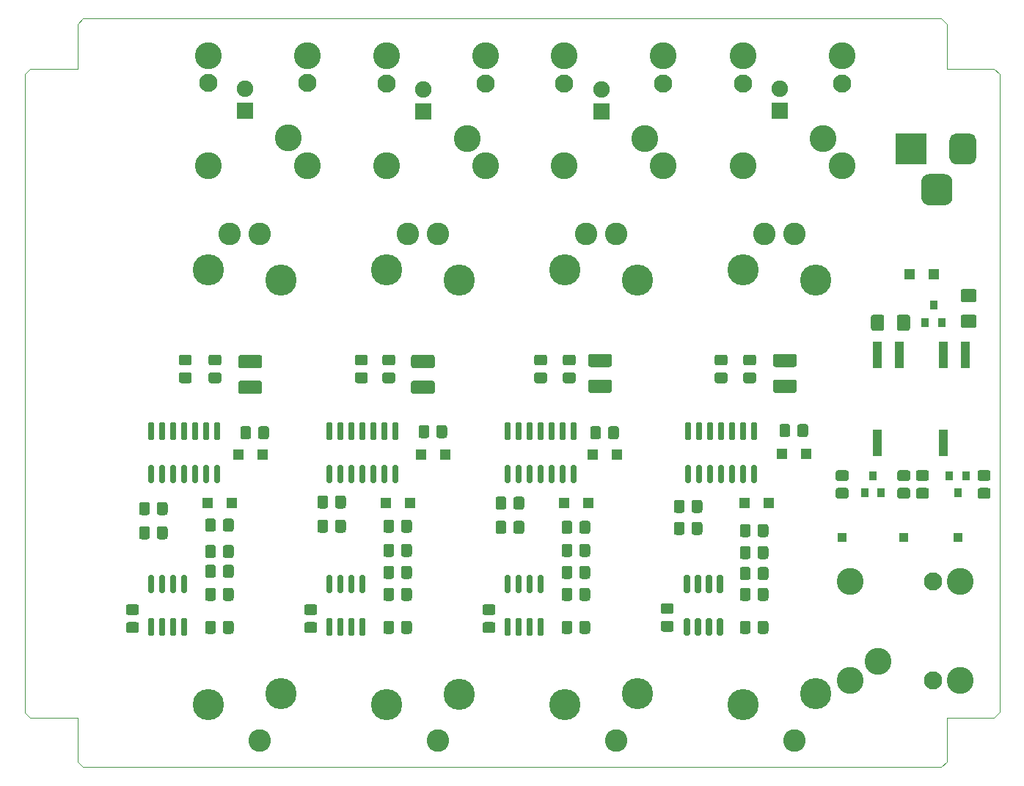
<source format=gbr>
%TF.GenerationSoftware,KiCad,Pcbnew,5.1.6-c6e7f7d~87~ubuntu18.04.1*%
%TF.CreationDate,2020-09-13T23:59:10+01:00*%
%TF.ProjectId,ActiveSplitterPedal_SOIC14,41637469-7665-4537-906c-697474657250,rev?*%
%TF.SameCoordinates,Original*%
%TF.FileFunction,Soldermask,Bot*%
%TF.FilePolarity,Negative*%
%FSLAX46Y46*%
G04 Gerber Fmt 4.6, Leading zero omitted, Abs format (unit mm)*
G04 Created by KiCad (PCBNEW 5.1.6-c6e7f7d~87~ubuntu18.04.1) date 2020-09-13 23:59:10*
%MOMM*%
%LPD*%
G01*
G04 APERTURE LIST*
%TA.AperFunction,Profile*%
%ADD10C,0.050000*%
%TD*%
%ADD11R,1.100000X1.100000*%
%ADD12R,1.200000X1.200000*%
%ADD13R,1.100000X3.100000*%
%ADD14C,2.600000*%
%ADD15C,3.600000*%
%ADD16R,0.900000X1.000000*%
%ADD17C,1.900000*%
%ADD18R,1.900000X1.900000*%
%ADD19C,3.100000*%
%ADD20C,2.100000*%
%ADD21R,3.600000X3.600000*%
G04 APERTURE END LIST*
D10*
X186309000Y-130429000D02*
X185674000Y-131064000D01*
X186309000Y-125349000D02*
X186309000Y-130429000D01*
X191770000Y-125349000D02*
X186309000Y-125349000D01*
X192405000Y-124714000D02*
X191770000Y-125349000D01*
X192405000Y-51054000D02*
X192405000Y-124714000D01*
X191770000Y-50419000D02*
X192405000Y-51054000D01*
X186309000Y-50419000D02*
X191770000Y-50419000D01*
X186309000Y-45275500D02*
X186309000Y-50419000D01*
X185674000Y-44640500D02*
X186309000Y-45275500D01*
X86614000Y-44640500D02*
X185674000Y-44640500D01*
X85979000Y-45275500D02*
X86614000Y-44640500D01*
X85979000Y-50419000D02*
X85979000Y-45275500D01*
X80518000Y-50419000D02*
X85979000Y-50419000D01*
X79883000Y-51054000D02*
X80518000Y-50419000D01*
X79883000Y-124777500D02*
X79883000Y-51054000D01*
X80518000Y-125412500D02*
X79883000Y-124777500D01*
X85979000Y-125412500D02*
X80518000Y-125412500D01*
X85979000Y-130429000D02*
X85979000Y-125412500D01*
X86614000Y-131064000D02*
X85979000Y-130429000D01*
X185674000Y-131064000D02*
X86614000Y-131064000D01*
D11*
%TO.C,TP3*%
X187579000Y-104521000D03*
%TD*%
%TO.C,TP2*%
X181356000Y-104521000D03*
%TD*%
%TO.C,TP1*%
X174244000Y-104521000D03*
%TD*%
%TO.C,U12*%
G36*
G01*
X102283000Y-93292000D02*
X101933000Y-93292000D01*
G75*
G02*
X101758000Y-93117000I0J175000D01*
G01*
X101758000Y-91417000D01*
G75*
G02*
X101933000Y-91242000I175000J0D01*
G01*
X102283000Y-91242000D01*
G75*
G02*
X102458000Y-91417000I0J-175000D01*
G01*
X102458000Y-93117000D01*
G75*
G02*
X102283000Y-93292000I-175000J0D01*
G01*
G37*
G36*
G01*
X101013000Y-93292000D02*
X100663000Y-93292000D01*
G75*
G02*
X100488000Y-93117000I0J175000D01*
G01*
X100488000Y-91417000D01*
G75*
G02*
X100663000Y-91242000I175000J0D01*
G01*
X101013000Y-91242000D01*
G75*
G02*
X101188000Y-91417000I0J-175000D01*
G01*
X101188000Y-93117000D01*
G75*
G02*
X101013000Y-93292000I-175000J0D01*
G01*
G37*
G36*
G01*
X99743000Y-93292000D02*
X99393000Y-93292000D01*
G75*
G02*
X99218000Y-93117000I0J175000D01*
G01*
X99218000Y-91417000D01*
G75*
G02*
X99393000Y-91242000I175000J0D01*
G01*
X99743000Y-91242000D01*
G75*
G02*
X99918000Y-91417000I0J-175000D01*
G01*
X99918000Y-93117000D01*
G75*
G02*
X99743000Y-93292000I-175000J0D01*
G01*
G37*
G36*
G01*
X98473000Y-93292000D02*
X98123000Y-93292000D01*
G75*
G02*
X97948000Y-93117000I0J175000D01*
G01*
X97948000Y-91417000D01*
G75*
G02*
X98123000Y-91242000I175000J0D01*
G01*
X98473000Y-91242000D01*
G75*
G02*
X98648000Y-91417000I0J-175000D01*
G01*
X98648000Y-93117000D01*
G75*
G02*
X98473000Y-93292000I-175000J0D01*
G01*
G37*
G36*
G01*
X97203000Y-93292000D02*
X96853000Y-93292000D01*
G75*
G02*
X96678000Y-93117000I0J175000D01*
G01*
X96678000Y-91417000D01*
G75*
G02*
X96853000Y-91242000I175000J0D01*
G01*
X97203000Y-91242000D01*
G75*
G02*
X97378000Y-91417000I0J-175000D01*
G01*
X97378000Y-93117000D01*
G75*
G02*
X97203000Y-93292000I-175000J0D01*
G01*
G37*
G36*
G01*
X95933000Y-93292000D02*
X95583000Y-93292000D01*
G75*
G02*
X95408000Y-93117000I0J175000D01*
G01*
X95408000Y-91417000D01*
G75*
G02*
X95583000Y-91242000I175000J0D01*
G01*
X95933000Y-91242000D01*
G75*
G02*
X96108000Y-91417000I0J-175000D01*
G01*
X96108000Y-93117000D01*
G75*
G02*
X95933000Y-93292000I-175000J0D01*
G01*
G37*
G36*
G01*
X94663000Y-93292000D02*
X94313000Y-93292000D01*
G75*
G02*
X94138000Y-93117000I0J175000D01*
G01*
X94138000Y-91417000D01*
G75*
G02*
X94313000Y-91242000I175000J0D01*
G01*
X94663000Y-91242000D01*
G75*
G02*
X94838000Y-91417000I0J-175000D01*
G01*
X94838000Y-93117000D01*
G75*
G02*
X94663000Y-93292000I-175000J0D01*
G01*
G37*
G36*
G01*
X94663000Y-98242000D02*
X94313000Y-98242000D01*
G75*
G02*
X94138000Y-98067000I0J175000D01*
G01*
X94138000Y-96367000D01*
G75*
G02*
X94313000Y-96192000I175000J0D01*
G01*
X94663000Y-96192000D01*
G75*
G02*
X94838000Y-96367000I0J-175000D01*
G01*
X94838000Y-98067000D01*
G75*
G02*
X94663000Y-98242000I-175000J0D01*
G01*
G37*
G36*
G01*
X95933000Y-98242000D02*
X95583000Y-98242000D01*
G75*
G02*
X95408000Y-98067000I0J175000D01*
G01*
X95408000Y-96367000D01*
G75*
G02*
X95583000Y-96192000I175000J0D01*
G01*
X95933000Y-96192000D01*
G75*
G02*
X96108000Y-96367000I0J-175000D01*
G01*
X96108000Y-98067000D01*
G75*
G02*
X95933000Y-98242000I-175000J0D01*
G01*
G37*
G36*
G01*
X97203000Y-98242000D02*
X96853000Y-98242000D01*
G75*
G02*
X96678000Y-98067000I0J175000D01*
G01*
X96678000Y-96367000D01*
G75*
G02*
X96853000Y-96192000I175000J0D01*
G01*
X97203000Y-96192000D01*
G75*
G02*
X97378000Y-96367000I0J-175000D01*
G01*
X97378000Y-98067000D01*
G75*
G02*
X97203000Y-98242000I-175000J0D01*
G01*
G37*
G36*
G01*
X98473000Y-98242000D02*
X98123000Y-98242000D01*
G75*
G02*
X97948000Y-98067000I0J175000D01*
G01*
X97948000Y-96367000D01*
G75*
G02*
X98123000Y-96192000I175000J0D01*
G01*
X98473000Y-96192000D01*
G75*
G02*
X98648000Y-96367000I0J-175000D01*
G01*
X98648000Y-98067000D01*
G75*
G02*
X98473000Y-98242000I-175000J0D01*
G01*
G37*
G36*
G01*
X99743000Y-98242000D02*
X99393000Y-98242000D01*
G75*
G02*
X99218000Y-98067000I0J175000D01*
G01*
X99218000Y-96367000D01*
G75*
G02*
X99393000Y-96192000I175000J0D01*
G01*
X99743000Y-96192000D01*
G75*
G02*
X99918000Y-96367000I0J-175000D01*
G01*
X99918000Y-98067000D01*
G75*
G02*
X99743000Y-98242000I-175000J0D01*
G01*
G37*
G36*
G01*
X101013000Y-98242000D02*
X100663000Y-98242000D01*
G75*
G02*
X100488000Y-98067000I0J175000D01*
G01*
X100488000Y-96367000D01*
G75*
G02*
X100663000Y-96192000I175000J0D01*
G01*
X101013000Y-96192000D01*
G75*
G02*
X101188000Y-96367000I0J-175000D01*
G01*
X101188000Y-98067000D01*
G75*
G02*
X101013000Y-98242000I-175000J0D01*
G01*
G37*
G36*
G01*
X102283000Y-98242000D02*
X101933000Y-98242000D01*
G75*
G02*
X101758000Y-98067000I0J175000D01*
G01*
X101758000Y-96367000D01*
G75*
G02*
X101933000Y-96192000I175000J0D01*
G01*
X102283000Y-96192000D01*
G75*
G02*
X102458000Y-96367000I0J-175000D01*
G01*
X102458000Y-98067000D01*
G75*
G02*
X102283000Y-98242000I-175000J0D01*
G01*
G37*
%TD*%
%TO.C,U9*%
G36*
G01*
X122857000Y-93292000D02*
X122507000Y-93292000D01*
G75*
G02*
X122332000Y-93117000I0J175000D01*
G01*
X122332000Y-91417000D01*
G75*
G02*
X122507000Y-91242000I175000J0D01*
G01*
X122857000Y-91242000D01*
G75*
G02*
X123032000Y-91417000I0J-175000D01*
G01*
X123032000Y-93117000D01*
G75*
G02*
X122857000Y-93292000I-175000J0D01*
G01*
G37*
G36*
G01*
X121587000Y-93292000D02*
X121237000Y-93292000D01*
G75*
G02*
X121062000Y-93117000I0J175000D01*
G01*
X121062000Y-91417000D01*
G75*
G02*
X121237000Y-91242000I175000J0D01*
G01*
X121587000Y-91242000D01*
G75*
G02*
X121762000Y-91417000I0J-175000D01*
G01*
X121762000Y-93117000D01*
G75*
G02*
X121587000Y-93292000I-175000J0D01*
G01*
G37*
G36*
G01*
X120317000Y-93292000D02*
X119967000Y-93292000D01*
G75*
G02*
X119792000Y-93117000I0J175000D01*
G01*
X119792000Y-91417000D01*
G75*
G02*
X119967000Y-91242000I175000J0D01*
G01*
X120317000Y-91242000D01*
G75*
G02*
X120492000Y-91417000I0J-175000D01*
G01*
X120492000Y-93117000D01*
G75*
G02*
X120317000Y-93292000I-175000J0D01*
G01*
G37*
G36*
G01*
X119047000Y-93292000D02*
X118697000Y-93292000D01*
G75*
G02*
X118522000Y-93117000I0J175000D01*
G01*
X118522000Y-91417000D01*
G75*
G02*
X118697000Y-91242000I175000J0D01*
G01*
X119047000Y-91242000D01*
G75*
G02*
X119222000Y-91417000I0J-175000D01*
G01*
X119222000Y-93117000D01*
G75*
G02*
X119047000Y-93292000I-175000J0D01*
G01*
G37*
G36*
G01*
X117777000Y-93292000D02*
X117427000Y-93292000D01*
G75*
G02*
X117252000Y-93117000I0J175000D01*
G01*
X117252000Y-91417000D01*
G75*
G02*
X117427000Y-91242000I175000J0D01*
G01*
X117777000Y-91242000D01*
G75*
G02*
X117952000Y-91417000I0J-175000D01*
G01*
X117952000Y-93117000D01*
G75*
G02*
X117777000Y-93292000I-175000J0D01*
G01*
G37*
G36*
G01*
X116507000Y-93292000D02*
X116157000Y-93292000D01*
G75*
G02*
X115982000Y-93117000I0J175000D01*
G01*
X115982000Y-91417000D01*
G75*
G02*
X116157000Y-91242000I175000J0D01*
G01*
X116507000Y-91242000D01*
G75*
G02*
X116682000Y-91417000I0J-175000D01*
G01*
X116682000Y-93117000D01*
G75*
G02*
X116507000Y-93292000I-175000J0D01*
G01*
G37*
G36*
G01*
X115237000Y-93292000D02*
X114887000Y-93292000D01*
G75*
G02*
X114712000Y-93117000I0J175000D01*
G01*
X114712000Y-91417000D01*
G75*
G02*
X114887000Y-91242000I175000J0D01*
G01*
X115237000Y-91242000D01*
G75*
G02*
X115412000Y-91417000I0J-175000D01*
G01*
X115412000Y-93117000D01*
G75*
G02*
X115237000Y-93292000I-175000J0D01*
G01*
G37*
G36*
G01*
X115237000Y-98242000D02*
X114887000Y-98242000D01*
G75*
G02*
X114712000Y-98067000I0J175000D01*
G01*
X114712000Y-96367000D01*
G75*
G02*
X114887000Y-96192000I175000J0D01*
G01*
X115237000Y-96192000D01*
G75*
G02*
X115412000Y-96367000I0J-175000D01*
G01*
X115412000Y-98067000D01*
G75*
G02*
X115237000Y-98242000I-175000J0D01*
G01*
G37*
G36*
G01*
X116507000Y-98242000D02*
X116157000Y-98242000D01*
G75*
G02*
X115982000Y-98067000I0J175000D01*
G01*
X115982000Y-96367000D01*
G75*
G02*
X116157000Y-96192000I175000J0D01*
G01*
X116507000Y-96192000D01*
G75*
G02*
X116682000Y-96367000I0J-175000D01*
G01*
X116682000Y-98067000D01*
G75*
G02*
X116507000Y-98242000I-175000J0D01*
G01*
G37*
G36*
G01*
X117777000Y-98242000D02*
X117427000Y-98242000D01*
G75*
G02*
X117252000Y-98067000I0J175000D01*
G01*
X117252000Y-96367000D01*
G75*
G02*
X117427000Y-96192000I175000J0D01*
G01*
X117777000Y-96192000D01*
G75*
G02*
X117952000Y-96367000I0J-175000D01*
G01*
X117952000Y-98067000D01*
G75*
G02*
X117777000Y-98242000I-175000J0D01*
G01*
G37*
G36*
G01*
X119047000Y-98242000D02*
X118697000Y-98242000D01*
G75*
G02*
X118522000Y-98067000I0J175000D01*
G01*
X118522000Y-96367000D01*
G75*
G02*
X118697000Y-96192000I175000J0D01*
G01*
X119047000Y-96192000D01*
G75*
G02*
X119222000Y-96367000I0J-175000D01*
G01*
X119222000Y-98067000D01*
G75*
G02*
X119047000Y-98242000I-175000J0D01*
G01*
G37*
G36*
G01*
X120317000Y-98242000D02*
X119967000Y-98242000D01*
G75*
G02*
X119792000Y-98067000I0J175000D01*
G01*
X119792000Y-96367000D01*
G75*
G02*
X119967000Y-96192000I175000J0D01*
G01*
X120317000Y-96192000D01*
G75*
G02*
X120492000Y-96367000I0J-175000D01*
G01*
X120492000Y-98067000D01*
G75*
G02*
X120317000Y-98242000I-175000J0D01*
G01*
G37*
G36*
G01*
X121587000Y-98242000D02*
X121237000Y-98242000D01*
G75*
G02*
X121062000Y-98067000I0J175000D01*
G01*
X121062000Y-96367000D01*
G75*
G02*
X121237000Y-96192000I175000J0D01*
G01*
X121587000Y-96192000D01*
G75*
G02*
X121762000Y-96367000I0J-175000D01*
G01*
X121762000Y-98067000D01*
G75*
G02*
X121587000Y-98242000I-175000J0D01*
G01*
G37*
G36*
G01*
X122857000Y-98242000D02*
X122507000Y-98242000D01*
G75*
G02*
X122332000Y-98067000I0J175000D01*
G01*
X122332000Y-96367000D01*
G75*
G02*
X122507000Y-96192000I175000J0D01*
G01*
X122857000Y-96192000D01*
G75*
G02*
X123032000Y-96367000I0J-175000D01*
G01*
X123032000Y-98067000D01*
G75*
G02*
X122857000Y-98242000I-175000J0D01*
G01*
G37*
%TD*%
%TO.C,U6*%
G36*
G01*
X143431000Y-93292000D02*
X143081000Y-93292000D01*
G75*
G02*
X142906000Y-93117000I0J175000D01*
G01*
X142906000Y-91417000D01*
G75*
G02*
X143081000Y-91242000I175000J0D01*
G01*
X143431000Y-91242000D01*
G75*
G02*
X143606000Y-91417000I0J-175000D01*
G01*
X143606000Y-93117000D01*
G75*
G02*
X143431000Y-93292000I-175000J0D01*
G01*
G37*
G36*
G01*
X142161000Y-93292000D02*
X141811000Y-93292000D01*
G75*
G02*
X141636000Y-93117000I0J175000D01*
G01*
X141636000Y-91417000D01*
G75*
G02*
X141811000Y-91242000I175000J0D01*
G01*
X142161000Y-91242000D01*
G75*
G02*
X142336000Y-91417000I0J-175000D01*
G01*
X142336000Y-93117000D01*
G75*
G02*
X142161000Y-93292000I-175000J0D01*
G01*
G37*
G36*
G01*
X140891000Y-93292000D02*
X140541000Y-93292000D01*
G75*
G02*
X140366000Y-93117000I0J175000D01*
G01*
X140366000Y-91417000D01*
G75*
G02*
X140541000Y-91242000I175000J0D01*
G01*
X140891000Y-91242000D01*
G75*
G02*
X141066000Y-91417000I0J-175000D01*
G01*
X141066000Y-93117000D01*
G75*
G02*
X140891000Y-93292000I-175000J0D01*
G01*
G37*
G36*
G01*
X139621000Y-93292000D02*
X139271000Y-93292000D01*
G75*
G02*
X139096000Y-93117000I0J175000D01*
G01*
X139096000Y-91417000D01*
G75*
G02*
X139271000Y-91242000I175000J0D01*
G01*
X139621000Y-91242000D01*
G75*
G02*
X139796000Y-91417000I0J-175000D01*
G01*
X139796000Y-93117000D01*
G75*
G02*
X139621000Y-93292000I-175000J0D01*
G01*
G37*
G36*
G01*
X138351000Y-93292000D02*
X138001000Y-93292000D01*
G75*
G02*
X137826000Y-93117000I0J175000D01*
G01*
X137826000Y-91417000D01*
G75*
G02*
X138001000Y-91242000I175000J0D01*
G01*
X138351000Y-91242000D01*
G75*
G02*
X138526000Y-91417000I0J-175000D01*
G01*
X138526000Y-93117000D01*
G75*
G02*
X138351000Y-93292000I-175000J0D01*
G01*
G37*
G36*
G01*
X137081000Y-93292000D02*
X136731000Y-93292000D01*
G75*
G02*
X136556000Y-93117000I0J175000D01*
G01*
X136556000Y-91417000D01*
G75*
G02*
X136731000Y-91242000I175000J0D01*
G01*
X137081000Y-91242000D01*
G75*
G02*
X137256000Y-91417000I0J-175000D01*
G01*
X137256000Y-93117000D01*
G75*
G02*
X137081000Y-93292000I-175000J0D01*
G01*
G37*
G36*
G01*
X135811000Y-93292000D02*
X135461000Y-93292000D01*
G75*
G02*
X135286000Y-93117000I0J175000D01*
G01*
X135286000Y-91417000D01*
G75*
G02*
X135461000Y-91242000I175000J0D01*
G01*
X135811000Y-91242000D01*
G75*
G02*
X135986000Y-91417000I0J-175000D01*
G01*
X135986000Y-93117000D01*
G75*
G02*
X135811000Y-93292000I-175000J0D01*
G01*
G37*
G36*
G01*
X135811000Y-98242000D02*
X135461000Y-98242000D01*
G75*
G02*
X135286000Y-98067000I0J175000D01*
G01*
X135286000Y-96367000D01*
G75*
G02*
X135461000Y-96192000I175000J0D01*
G01*
X135811000Y-96192000D01*
G75*
G02*
X135986000Y-96367000I0J-175000D01*
G01*
X135986000Y-98067000D01*
G75*
G02*
X135811000Y-98242000I-175000J0D01*
G01*
G37*
G36*
G01*
X137081000Y-98242000D02*
X136731000Y-98242000D01*
G75*
G02*
X136556000Y-98067000I0J175000D01*
G01*
X136556000Y-96367000D01*
G75*
G02*
X136731000Y-96192000I175000J0D01*
G01*
X137081000Y-96192000D01*
G75*
G02*
X137256000Y-96367000I0J-175000D01*
G01*
X137256000Y-98067000D01*
G75*
G02*
X137081000Y-98242000I-175000J0D01*
G01*
G37*
G36*
G01*
X138351000Y-98242000D02*
X138001000Y-98242000D01*
G75*
G02*
X137826000Y-98067000I0J175000D01*
G01*
X137826000Y-96367000D01*
G75*
G02*
X138001000Y-96192000I175000J0D01*
G01*
X138351000Y-96192000D01*
G75*
G02*
X138526000Y-96367000I0J-175000D01*
G01*
X138526000Y-98067000D01*
G75*
G02*
X138351000Y-98242000I-175000J0D01*
G01*
G37*
G36*
G01*
X139621000Y-98242000D02*
X139271000Y-98242000D01*
G75*
G02*
X139096000Y-98067000I0J175000D01*
G01*
X139096000Y-96367000D01*
G75*
G02*
X139271000Y-96192000I175000J0D01*
G01*
X139621000Y-96192000D01*
G75*
G02*
X139796000Y-96367000I0J-175000D01*
G01*
X139796000Y-98067000D01*
G75*
G02*
X139621000Y-98242000I-175000J0D01*
G01*
G37*
G36*
G01*
X140891000Y-98242000D02*
X140541000Y-98242000D01*
G75*
G02*
X140366000Y-98067000I0J175000D01*
G01*
X140366000Y-96367000D01*
G75*
G02*
X140541000Y-96192000I175000J0D01*
G01*
X140891000Y-96192000D01*
G75*
G02*
X141066000Y-96367000I0J-175000D01*
G01*
X141066000Y-98067000D01*
G75*
G02*
X140891000Y-98242000I-175000J0D01*
G01*
G37*
G36*
G01*
X142161000Y-98242000D02*
X141811000Y-98242000D01*
G75*
G02*
X141636000Y-98067000I0J175000D01*
G01*
X141636000Y-96367000D01*
G75*
G02*
X141811000Y-96192000I175000J0D01*
G01*
X142161000Y-96192000D01*
G75*
G02*
X142336000Y-96367000I0J-175000D01*
G01*
X142336000Y-98067000D01*
G75*
G02*
X142161000Y-98242000I-175000J0D01*
G01*
G37*
G36*
G01*
X143431000Y-98242000D02*
X143081000Y-98242000D01*
G75*
G02*
X142906000Y-98067000I0J175000D01*
G01*
X142906000Y-96367000D01*
G75*
G02*
X143081000Y-96192000I175000J0D01*
G01*
X143431000Y-96192000D01*
G75*
G02*
X143606000Y-96367000I0J-175000D01*
G01*
X143606000Y-98067000D01*
G75*
G02*
X143431000Y-98242000I-175000J0D01*
G01*
G37*
%TD*%
%TO.C,U3*%
G36*
G01*
X164259000Y-93292000D02*
X163909000Y-93292000D01*
G75*
G02*
X163734000Y-93117000I0J175000D01*
G01*
X163734000Y-91417000D01*
G75*
G02*
X163909000Y-91242000I175000J0D01*
G01*
X164259000Y-91242000D01*
G75*
G02*
X164434000Y-91417000I0J-175000D01*
G01*
X164434000Y-93117000D01*
G75*
G02*
X164259000Y-93292000I-175000J0D01*
G01*
G37*
G36*
G01*
X162989000Y-93292000D02*
X162639000Y-93292000D01*
G75*
G02*
X162464000Y-93117000I0J175000D01*
G01*
X162464000Y-91417000D01*
G75*
G02*
X162639000Y-91242000I175000J0D01*
G01*
X162989000Y-91242000D01*
G75*
G02*
X163164000Y-91417000I0J-175000D01*
G01*
X163164000Y-93117000D01*
G75*
G02*
X162989000Y-93292000I-175000J0D01*
G01*
G37*
G36*
G01*
X161719000Y-93292000D02*
X161369000Y-93292000D01*
G75*
G02*
X161194000Y-93117000I0J175000D01*
G01*
X161194000Y-91417000D01*
G75*
G02*
X161369000Y-91242000I175000J0D01*
G01*
X161719000Y-91242000D01*
G75*
G02*
X161894000Y-91417000I0J-175000D01*
G01*
X161894000Y-93117000D01*
G75*
G02*
X161719000Y-93292000I-175000J0D01*
G01*
G37*
G36*
G01*
X160449000Y-93292000D02*
X160099000Y-93292000D01*
G75*
G02*
X159924000Y-93117000I0J175000D01*
G01*
X159924000Y-91417000D01*
G75*
G02*
X160099000Y-91242000I175000J0D01*
G01*
X160449000Y-91242000D01*
G75*
G02*
X160624000Y-91417000I0J-175000D01*
G01*
X160624000Y-93117000D01*
G75*
G02*
X160449000Y-93292000I-175000J0D01*
G01*
G37*
G36*
G01*
X159179000Y-93292000D02*
X158829000Y-93292000D01*
G75*
G02*
X158654000Y-93117000I0J175000D01*
G01*
X158654000Y-91417000D01*
G75*
G02*
X158829000Y-91242000I175000J0D01*
G01*
X159179000Y-91242000D01*
G75*
G02*
X159354000Y-91417000I0J-175000D01*
G01*
X159354000Y-93117000D01*
G75*
G02*
X159179000Y-93292000I-175000J0D01*
G01*
G37*
G36*
G01*
X157909000Y-93292000D02*
X157559000Y-93292000D01*
G75*
G02*
X157384000Y-93117000I0J175000D01*
G01*
X157384000Y-91417000D01*
G75*
G02*
X157559000Y-91242000I175000J0D01*
G01*
X157909000Y-91242000D01*
G75*
G02*
X158084000Y-91417000I0J-175000D01*
G01*
X158084000Y-93117000D01*
G75*
G02*
X157909000Y-93292000I-175000J0D01*
G01*
G37*
G36*
G01*
X156639000Y-93292000D02*
X156289000Y-93292000D01*
G75*
G02*
X156114000Y-93117000I0J175000D01*
G01*
X156114000Y-91417000D01*
G75*
G02*
X156289000Y-91242000I175000J0D01*
G01*
X156639000Y-91242000D01*
G75*
G02*
X156814000Y-91417000I0J-175000D01*
G01*
X156814000Y-93117000D01*
G75*
G02*
X156639000Y-93292000I-175000J0D01*
G01*
G37*
G36*
G01*
X156639000Y-98242000D02*
X156289000Y-98242000D01*
G75*
G02*
X156114000Y-98067000I0J175000D01*
G01*
X156114000Y-96367000D01*
G75*
G02*
X156289000Y-96192000I175000J0D01*
G01*
X156639000Y-96192000D01*
G75*
G02*
X156814000Y-96367000I0J-175000D01*
G01*
X156814000Y-98067000D01*
G75*
G02*
X156639000Y-98242000I-175000J0D01*
G01*
G37*
G36*
G01*
X157909000Y-98242000D02*
X157559000Y-98242000D01*
G75*
G02*
X157384000Y-98067000I0J175000D01*
G01*
X157384000Y-96367000D01*
G75*
G02*
X157559000Y-96192000I175000J0D01*
G01*
X157909000Y-96192000D01*
G75*
G02*
X158084000Y-96367000I0J-175000D01*
G01*
X158084000Y-98067000D01*
G75*
G02*
X157909000Y-98242000I-175000J0D01*
G01*
G37*
G36*
G01*
X159179000Y-98242000D02*
X158829000Y-98242000D01*
G75*
G02*
X158654000Y-98067000I0J175000D01*
G01*
X158654000Y-96367000D01*
G75*
G02*
X158829000Y-96192000I175000J0D01*
G01*
X159179000Y-96192000D01*
G75*
G02*
X159354000Y-96367000I0J-175000D01*
G01*
X159354000Y-98067000D01*
G75*
G02*
X159179000Y-98242000I-175000J0D01*
G01*
G37*
G36*
G01*
X160449000Y-98242000D02*
X160099000Y-98242000D01*
G75*
G02*
X159924000Y-98067000I0J175000D01*
G01*
X159924000Y-96367000D01*
G75*
G02*
X160099000Y-96192000I175000J0D01*
G01*
X160449000Y-96192000D01*
G75*
G02*
X160624000Y-96367000I0J-175000D01*
G01*
X160624000Y-98067000D01*
G75*
G02*
X160449000Y-98242000I-175000J0D01*
G01*
G37*
G36*
G01*
X161719000Y-98242000D02*
X161369000Y-98242000D01*
G75*
G02*
X161194000Y-98067000I0J175000D01*
G01*
X161194000Y-96367000D01*
G75*
G02*
X161369000Y-96192000I175000J0D01*
G01*
X161719000Y-96192000D01*
G75*
G02*
X161894000Y-96367000I0J-175000D01*
G01*
X161894000Y-98067000D01*
G75*
G02*
X161719000Y-98242000I-175000J0D01*
G01*
G37*
G36*
G01*
X162989000Y-98242000D02*
X162639000Y-98242000D01*
G75*
G02*
X162464000Y-98067000I0J175000D01*
G01*
X162464000Y-96367000D01*
G75*
G02*
X162639000Y-96192000I175000J0D01*
G01*
X162989000Y-96192000D01*
G75*
G02*
X163164000Y-96367000I0J-175000D01*
G01*
X163164000Y-98067000D01*
G75*
G02*
X162989000Y-98242000I-175000J0D01*
G01*
G37*
G36*
G01*
X164259000Y-98242000D02*
X163909000Y-98242000D01*
G75*
G02*
X163734000Y-98067000I0J175000D01*
G01*
X163734000Y-96367000D01*
G75*
G02*
X163909000Y-96192000I175000J0D01*
G01*
X164259000Y-96192000D01*
G75*
G02*
X164434000Y-96367000I0J-175000D01*
G01*
X164434000Y-98067000D01*
G75*
G02*
X164259000Y-98242000I-175000J0D01*
G01*
G37*
%TD*%
%TO.C,R22*%
G36*
G01*
X101375738Y-85490000D02*
X102332262Y-85490000D01*
G75*
G02*
X102604000Y-85761738I0J-271738D01*
G01*
X102604000Y-86468262D01*
G75*
G02*
X102332262Y-86740000I-271738J0D01*
G01*
X101375738Y-86740000D01*
G75*
G02*
X101104000Y-86468262I0J271738D01*
G01*
X101104000Y-85761738D01*
G75*
G02*
X101375738Y-85490000I271738J0D01*
G01*
G37*
G36*
G01*
X101375738Y-83440000D02*
X102332262Y-83440000D01*
G75*
G02*
X102604000Y-83711738I0J-271738D01*
G01*
X102604000Y-84418262D01*
G75*
G02*
X102332262Y-84690000I-271738J0D01*
G01*
X101375738Y-84690000D01*
G75*
G02*
X101104000Y-84418262I0J271738D01*
G01*
X101104000Y-83711738D01*
G75*
G02*
X101375738Y-83440000I271738J0D01*
G01*
G37*
%TD*%
%TO.C,R16*%
G36*
G01*
X121441738Y-85490000D02*
X122398262Y-85490000D01*
G75*
G02*
X122670000Y-85761738I0J-271738D01*
G01*
X122670000Y-86468262D01*
G75*
G02*
X122398262Y-86740000I-271738J0D01*
G01*
X121441738Y-86740000D01*
G75*
G02*
X121170000Y-86468262I0J271738D01*
G01*
X121170000Y-85761738D01*
G75*
G02*
X121441738Y-85490000I271738J0D01*
G01*
G37*
G36*
G01*
X121441738Y-83440000D02*
X122398262Y-83440000D01*
G75*
G02*
X122670000Y-83711738I0J-271738D01*
G01*
X122670000Y-84418262D01*
G75*
G02*
X122398262Y-84690000I-271738J0D01*
G01*
X121441738Y-84690000D01*
G75*
G02*
X121170000Y-84418262I0J271738D01*
G01*
X121170000Y-83711738D01*
G75*
G02*
X121441738Y-83440000I271738J0D01*
G01*
G37*
%TD*%
%TO.C,R10*%
G36*
G01*
X142269738Y-85490000D02*
X143226262Y-85490000D01*
G75*
G02*
X143498000Y-85761738I0J-271738D01*
G01*
X143498000Y-86468262D01*
G75*
G02*
X143226262Y-86740000I-271738J0D01*
G01*
X142269738Y-86740000D01*
G75*
G02*
X141998000Y-86468262I0J271738D01*
G01*
X141998000Y-85761738D01*
G75*
G02*
X142269738Y-85490000I271738J0D01*
G01*
G37*
G36*
G01*
X142269738Y-83440000D02*
X143226262Y-83440000D01*
G75*
G02*
X143498000Y-83711738I0J-271738D01*
G01*
X143498000Y-84418262D01*
G75*
G02*
X143226262Y-84690000I-271738J0D01*
G01*
X142269738Y-84690000D01*
G75*
G02*
X141998000Y-84418262I0J271738D01*
G01*
X141998000Y-83711738D01*
G75*
G02*
X142269738Y-83440000I271738J0D01*
G01*
G37*
%TD*%
%TO.C,R4*%
G36*
G01*
X163097738Y-85490000D02*
X164054262Y-85490000D01*
G75*
G02*
X164326000Y-85761738I0J-271738D01*
G01*
X164326000Y-86468262D01*
G75*
G02*
X164054262Y-86740000I-271738J0D01*
G01*
X163097738Y-86740000D01*
G75*
G02*
X162826000Y-86468262I0J271738D01*
G01*
X162826000Y-85761738D01*
G75*
G02*
X163097738Y-85490000I271738J0D01*
G01*
G37*
G36*
G01*
X163097738Y-83440000D02*
X164054262Y-83440000D01*
G75*
G02*
X164326000Y-83711738I0J-271738D01*
G01*
X164326000Y-84418262D01*
G75*
G02*
X164054262Y-84690000I-271738J0D01*
G01*
X163097738Y-84690000D01*
G75*
G02*
X162826000Y-84418262I0J271738D01*
G01*
X162826000Y-83711738D01*
G75*
G02*
X163097738Y-83440000I271738J0D01*
G01*
G37*
%TD*%
D12*
%TO.C,D13*%
X100962000Y-100584000D03*
X103762000Y-100584000D03*
%TD*%
%TO.C,D12*%
X121536000Y-100584000D03*
X124336000Y-100584000D03*
%TD*%
%TO.C,D11*%
X142110000Y-100584000D03*
X144910000Y-100584000D03*
%TD*%
%TO.C,D10*%
X162938000Y-100584000D03*
X165738000Y-100584000D03*
%TD*%
%TO.C,C39*%
G36*
G01*
X107025456Y-85000000D02*
X104810544Y-85000000D01*
G75*
G02*
X104543000Y-84732456I0J267544D01*
G01*
X104543000Y-83742544D01*
G75*
G02*
X104810544Y-83475000I267544J0D01*
G01*
X107025456Y-83475000D01*
G75*
G02*
X107293000Y-83742544I0J-267544D01*
G01*
X107293000Y-84732456D01*
G75*
G02*
X107025456Y-85000000I-267544J0D01*
G01*
G37*
G36*
G01*
X107025456Y-87975000D02*
X104810544Y-87975000D01*
G75*
G02*
X104543000Y-87707456I0J267544D01*
G01*
X104543000Y-86717544D01*
G75*
G02*
X104810544Y-86450000I267544J0D01*
G01*
X107025456Y-86450000D01*
G75*
G02*
X107293000Y-86717544I0J-267544D01*
G01*
X107293000Y-87707456D01*
G75*
G02*
X107025456Y-87975000I-267544J0D01*
G01*
G37*
%TD*%
%TO.C,C28*%
G36*
G01*
X126964456Y-85000000D02*
X124749544Y-85000000D01*
G75*
G02*
X124482000Y-84732456I0J267544D01*
G01*
X124482000Y-83742544D01*
G75*
G02*
X124749544Y-83475000I267544J0D01*
G01*
X126964456Y-83475000D01*
G75*
G02*
X127232000Y-83742544I0J-267544D01*
G01*
X127232000Y-84732456D01*
G75*
G02*
X126964456Y-85000000I-267544J0D01*
G01*
G37*
G36*
G01*
X126964456Y-87975000D02*
X124749544Y-87975000D01*
G75*
G02*
X124482000Y-87707456I0J267544D01*
G01*
X124482000Y-86717544D01*
G75*
G02*
X124749544Y-86450000I267544J0D01*
G01*
X126964456Y-86450000D01*
G75*
G02*
X127232000Y-86717544I0J-267544D01*
G01*
X127232000Y-87707456D01*
G75*
G02*
X126964456Y-87975000I-267544J0D01*
G01*
G37*
%TD*%
%TO.C,C17*%
G36*
G01*
X147411456Y-84873000D02*
X145196544Y-84873000D01*
G75*
G02*
X144929000Y-84605456I0J267544D01*
G01*
X144929000Y-83615544D01*
G75*
G02*
X145196544Y-83348000I267544J0D01*
G01*
X147411456Y-83348000D01*
G75*
G02*
X147679000Y-83615544I0J-267544D01*
G01*
X147679000Y-84605456D01*
G75*
G02*
X147411456Y-84873000I-267544J0D01*
G01*
G37*
G36*
G01*
X147411456Y-87848000D02*
X145196544Y-87848000D01*
G75*
G02*
X144929000Y-87580456I0J267544D01*
G01*
X144929000Y-86590544D01*
G75*
G02*
X145196544Y-86323000I267544J0D01*
G01*
X147411456Y-86323000D01*
G75*
G02*
X147679000Y-86590544I0J-267544D01*
G01*
X147679000Y-87580456D01*
G75*
G02*
X147411456Y-87848000I-267544J0D01*
G01*
G37*
%TD*%
%TO.C,C6*%
G36*
G01*
X168747456Y-84873000D02*
X166532544Y-84873000D01*
G75*
G02*
X166265000Y-84605456I0J267544D01*
G01*
X166265000Y-83615544D01*
G75*
G02*
X166532544Y-83348000I267544J0D01*
G01*
X168747456Y-83348000D01*
G75*
G02*
X169015000Y-83615544I0J-267544D01*
G01*
X169015000Y-84605456D01*
G75*
G02*
X168747456Y-84873000I-267544J0D01*
G01*
G37*
G36*
G01*
X168747456Y-87848000D02*
X166532544Y-87848000D01*
G75*
G02*
X166265000Y-87580456I0J267544D01*
G01*
X166265000Y-86590544D01*
G75*
G02*
X166532544Y-86323000I267544J0D01*
G01*
X168747456Y-86323000D01*
G75*
G02*
X169015000Y-86590544I0J-267544D01*
G01*
X169015000Y-87580456D01*
G75*
G02*
X168747456Y-87848000I-267544J0D01*
G01*
G37*
%TD*%
%TO.C,D7*%
X107318000Y-94996000D03*
X104518000Y-94996000D03*
%TD*%
%TO.C,D5*%
X128400000Y-94996000D03*
X125600000Y-94996000D03*
%TD*%
%TO.C,D3*%
X148212000Y-94996000D03*
X145412000Y-94996000D03*
%TD*%
%TO.C,D1*%
X170056000Y-94869000D03*
X167256000Y-94869000D03*
%TD*%
D13*
%TO.C,U14*%
X185928000Y-93599000D03*
X178308000Y-93599000D03*
X188468000Y-83439000D03*
X185928000Y-83439000D03*
X180848000Y-83439000D03*
X178308000Y-83439000D03*
%TD*%
D14*
%TO.C,RV1*%
X168757600Y-69469000D03*
X165252400Y-69469000D03*
X168757600Y-127965200D03*
D15*
X171196000Y-74803000D03*
X162839400Y-73609200D03*
X171196000Y-122605800D03*
X162814000Y-123825000D03*
%TD*%
D14*
%TO.C,RV2*%
X148183600Y-69469000D03*
X144678400Y-69469000D03*
X148183600Y-127965200D03*
D15*
X150622000Y-74803000D03*
X142265400Y-73609200D03*
X150622000Y-122605800D03*
X142240000Y-123825000D03*
%TD*%
D14*
%TO.C,RV3*%
X127584200Y-69519800D03*
X124079000Y-69519800D03*
X127584200Y-128016000D03*
D15*
X130022600Y-74853800D03*
X121666000Y-73660000D03*
X130022600Y-122656600D03*
X121640600Y-123875800D03*
%TD*%
D14*
%TO.C,RV4*%
X107010200Y-69469000D03*
X103505000Y-69469000D03*
X107010200Y-127965200D03*
D15*
X109448600Y-74803000D03*
X101092000Y-73609200D03*
X109448600Y-122605800D03*
X101066600Y-123825000D03*
%TD*%
D16*
%TO.C,U1*%
X184785000Y-77740000D03*
X183835000Y-79740000D03*
X185735000Y-79740000D03*
%TD*%
%TO.C,C2*%
G36*
G01*
X179107000Y-79098544D02*
X179107000Y-80413456D01*
G75*
G02*
X178839456Y-80681000I-267544J0D01*
G01*
X177849544Y-80681000D01*
G75*
G02*
X177582000Y-80413456I0J267544D01*
G01*
X177582000Y-79098544D01*
G75*
G02*
X177849544Y-78831000I267544J0D01*
G01*
X178839456Y-78831000D01*
G75*
G02*
X179107000Y-79098544I0J-267544D01*
G01*
G37*
G36*
G01*
X182082000Y-79098544D02*
X182082000Y-80413456D01*
G75*
G02*
X181814456Y-80681000I-267544J0D01*
G01*
X180824544Y-80681000D01*
G75*
G02*
X180557000Y-80413456I0J267544D01*
G01*
X180557000Y-79098544D01*
G75*
G02*
X180824544Y-78831000I267544J0D01*
G01*
X181814456Y-78831000D01*
G75*
G02*
X182082000Y-79098544I0J-267544D01*
G01*
G37*
%TD*%
%TO.C,C1*%
G36*
G01*
X188191544Y-78830000D02*
X189506456Y-78830000D01*
G75*
G02*
X189774000Y-79097544I0J-267544D01*
G01*
X189774000Y-80087456D01*
G75*
G02*
X189506456Y-80355000I-267544J0D01*
G01*
X188191544Y-80355000D01*
G75*
G02*
X187924000Y-80087456I0J267544D01*
G01*
X187924000Y-79097544D01*
G75*
G02*
X188191544Y-78830000I267544J0D01*
G01*
G37*
G36*
G01*
X188191544Y-75855000D02*
X189506456Y-75855000D01*
G75*
G02*
X189774000Y-76122544I0J-267544D01*
G01*
X189774000Y-77112456D01*
G75*
G02*
X189506456Y-77380000I-267544J0D01*
G01*
X188191544Y-77380000D01*
G75*
G02*
X187924000Y-77112456I0J267544D01*
G01*
X187924000Y-76122544D01*
G75*
G02*
X188191544Y-75855000I267544J0D01*
G01*
G37*
%TD*%
%TO.C,U16*%
X187579000Y-99425000D03*
X188529000Y-97425000D03*
X186629000Y-97425000D03*
%TD*%
%TO.C,U15*%
X177800000Y-97425000D03*
X176850000Y-99425000D03*
X178750000Y-99425000D03*
%TD*%
%TO.C,C50*%
G36*
G01*
X183993262Y-98025000D02*
X183036738Y-98025000D01*
G75*
G02*
X182765000Y-97753262I0J271738D01*
G01*
X182765000Y-97046738D01*
G75*
G02*
X183036738Y-96775000I271738J0D01*
G01*
X183993262Y-96775000D01*
G75*
G02*
X184265000Y-97046738I0J-271738D01*
G01*
X184265000Y-97753262D01*
G75*
G02*
X183993262Y-98025000I-271738J0D01*
G01*
G37*
G36*
G01*
X183993262Y-100075000D02*
X183036738Y-100075000D01*
G75*
G02*
X182765000Y-99803262I0J271738D01*
G01*
X182765000Y-99096738D01*
G75*
G02*
X183036738Y-98825000I271738J0D01*
G01*
X183993262Y-98825000D01*
G75*
G02*
X184265000Y-99096738I0J-271738D01*
G01*
X184265000Y-99803262D01*
G75*
G02*
X183993262Y-100075000I-271738J0D01*
G01*
G37*
%TD*%
%TO.C,C49*%
G36*
G01*
X174722262Y-98025000D02*
X173765738Y-98025000D01*
G75*
G02*
X173494000Y-97753262I0J271738D01*
G01*
X173494000Y-97046738D01*
G75*
G02*
X173765738Y-96775000I271738J0D01*
G01*
X174722262Y-96775000D01*
G75*
G02*
X174994000Y-97046738I0J-271738D01*
G01*
X174994000Y-97753262D01*
G75*
G02*
X174722262Y-98025000I-271738J0D01*
G01*
G37*
G36*
G01*
X174722262Y-100075000D02*
X173765738Y-100075000D01*
G75*
G02*
X173494000Y-99803262I0J271738D01*
G01*
X173494000Y-99096738D01*
G75*
G02*
X173765738Y-98825000I271738J0D01*
G01*
X174722262Y-98825000D01*
G75*
G02*
X174994000Y-99096738I0J-271738D01*
G01*
X174994000Y-99803262D01*
G75*
G02*
X174722262Y-100075000I-271738J0D01*
G01*
G37*
%TD*%
%TO.C,C48*%
G36*
G01*
X191105262Y-98025000D02*
X190148738Y-98025000D01*
G75*
G02*
X189877000Y-97753262I0J271738D01*
G01*
X189877000Y-97046738D01*
G75*
G02*
X190148738Y-96775000I271738J0D01*
G01*
X191105262Y-96775000D01*
G75*
G02*
X191377000Y-97046738I0J-271738D01*
G01*
X191377000Y-97753262D01*
G75*
G02*
X191105262Y-98025000I-271738J0D01*
G01*
G37*
G36*
G01*
X191105262Y-100075000D02*
X190148738Y-100075000D01*
G75*
G02*
X189877000Y-99803262I0J271738D01*
G01*
X189877000Y-99096738D01*
G75*
G02*
X190148738Y-98825000I271738J0D01*
G01*
X191105262Y-98825000D01*
G75*
G02*
X191377000Y-99096738I0J-271738D01*
G01*
X191377000Y-99803262D01*
G75*
G02*
X191105262Y-100075000I-271738J0D01*
G01*
G37*
%TD*%
%TO.C,C3*%
G36*
G01*
X180877738Y-98825000D02*
X181834262Y-98825000D01*
G75*
G02*
X182106000Y-99096738I0J-271738D01*
G01*
X182106000Y-99803262D01*
G75*
G02*
X181834262Y-100075000I-271738J0D01*
G01*
X180877738Y-100075000D01*
G75*
G02*
X180606000Y-99803262I0J271738D01*
G01*
X180606000Y-99096738D01*
G75*
G02*
X180877738Y-98825000I271738J0D01*
G01*
G37*
G36*
G01*
X180877738Y-96775000D02*
X181834262Y-96775000D01*
G75*
G02*
X182106000Y-97046738I0J-271738D01*
G01*
X182106000Y-97753262D01*
G75*
G02*
X181834262Y-98025000I-271738J0D01*
G01*
X180877738Y-98025000D01*
G75*
G02*
X180606000Y-97753262I0J271738D01*
G01*
X180606000Y-97046738D01*
G75*
G02*
X180877738Y-96775000I271738J0D01*
G01*
G37*
%TD*%
D17*
%TO.C,D2*%
X167005000Y-52705000D03*
D18*
X167005000Y-55245000D03*
%TD*%
%TO.C,U11*%
G36*
G01*
X98473000Y-110945000D02*
X98123000Y-110945000D01*
G75*
G02*
X97948000Y-110770000I0J175000D01*
G01*
X97948000Y-109070000D01*
G75*
G02*
X98123000Y-108895000I175000J0D01*
G01*
X98473000Y-108895000D01*
G75*
G02*
X98648000Y-109070000I0J-175000D01*
G01*
X98648000Y-110770000D01*
G75*
G02*
X98473000Y-110945000I-175000J0D01*
G01*
G37*
G36*
G01*
X97203000Y-110945000D02*
X96853000Y-110945000D01*
G75*
G02*
X96678000Y-110770000I0J175000D01*
G01*
X96678000Y-109070000D01*
G75*
G02*
X96853000Y-108895000I175000J0D01*
G01*
X97203000Y-108895000D01*
G75*
G02*
X97378000Y-109070000I0J-175000D01*
G01*
X97378000Y-110770000D01*
G75*
G02*
X97203000Y-110945000I-175000J0D01*
G01*
G37*
G36*
G01*
X95933000Y-110945000D02*
X95583000Y-110945000D01*
G75*
G02*
X95408000Y-110770000I0J175000D01*
G01*
X95408000Y-109070000D01*
G75*
G02*
X95583000Y-108895000I175000J0D01*
G01*
X95933000Y-108895000D01*
G75*
G02*
X96108000Y-109070000I0J-175000D01*
G01*
X96108000Y-110770000D01*
G75*
G02*
X95933000Y-110945000I-175000J0D01*
G01*
G37*
G36*
G01*
X94663000Y-110945000D02*
X94313000Y-110945000D01*
G75*
G02*
X94138000Y-110770000I0J175000D01*
G01*
X94138000Y-109070000D01*
G75*
G02*
X94313000Y-108895000I175000J0D01*
G01*
X94663000Y-108895000D01*
G75*
G02*
X94838000Y-109070000I0J-175000D01*
G01*
X94838000Y-110770000D01*
G75*
G02*
X94663000Y-110945000I-175000J0D01*
G01*
G37*
G36*
G01*
X94663000Y-115895000D02*
X94313000Y-115895000D01*
G75*
G02*
X94138000Y-115720000I0J175000D01*
G01*
X94138000Y-114020000D01*
G75*
G02*
X94313000Y-113845000I175000J0D01*
G01*
X94663000Y-113845000D01*
G75*
G02*
X94838000Y-114020000I0J-175000D01*
G01*
X94838000Y-115720000D01*
G75*
G02*
X94663000Y-115895000I-175000J0D01*
G01*
G37*
G36*
G01*
X95933000Y-115895000D02*
X95583000Y-115895000D01*
G75*
G02*
X95408000Y-115720000I0J175000D01*
G01*
X95408000Y-114020000D01*
G75*
G02*
X95583000Y-113845000I175000J0D01*
G01*
X95933000Y-113845000D01*
G75*
G02*
X96108000Y-114020000I0J-175000D01*
G01*
X96108000Y-115720000D01*
G75*
G02*
X95933000Y-115895000I-175000J0D01*
G01*
G37*
G36*
G01*
X97203000Y-115895000D02*
X96853000Y-115895000D01*
G75*
G02*
X96678000Y-115720000I0J175000D01*
G01*
X96678000Y-114020000D01*
G75*
G02*
X96853000Y-113845000I175000J0D01*
G01*
X97203000Y-113845000D01*
G75*
G02*
X97378000Y-114020000I0J-175000D01*
G01*
X97378000Y-115720000D01*
G75*
G02*
X97203000Y-115895000I-175000J0D01*
G01*
G37*
G36*
G01*
X98473000Y-115895000D02*
X98123000Y-115895000D01*
G75*
G02*
X97948000Y-115720000I0J175000D01*
G01*
X97948000Y-114020000D01*
G75*
G02*
X98123000Y-113845000I175000J0D01*
G01*
X98473000Y-113845000D01*
G75*
G02*
X98648000Y-114020000I0J-175000D01*
G01*
X98648000Y-115720000D01*
G75*
G02*
X98473000Y-115895000I-175000J0D01*
G01*
G37*
%TD*%
%TO.C,U8*%
G36*
G01*
X119047000Y-110945000D02*
X118697000Y-110945000D01*
G75*
G02*
X118522000Y-110770000I0J175000D01*
G01*
X118522000Y-109070000D01*
G75*
G02*
X118697000Y-108895000I175000J0D01*
G01*
X119047000Y-108895000D01*
G75*
G02*
X119222000Y-109070000I0J-175000D01*
G01*
X119222000Y-110770000D01*
G75*
G02*
X119047000Y-110945000I-175000J0D01*
G01*
G37*
G36*
G01*
X117777000Y-110945000D02*
X117427000Y-110945000D01*
G75*
G02*
X117252000Y-110770000I0J175000D01*
G01*
X117252000Y-109070000D01*
G75*
G02*
X117427000Y-108895000I175000J0D01*
G01*
X117777000Y-108895000D01*
G75*
G02*
X117952000Y-109070000I0J-175000D01*
G01*
X117952000Y-110770000D01*
G75*
G02*
X117777000Y-110945000I-175000J0D01*
G01*
G37*
G36*
G01*
X116507000Y-110945000D02*
X116157000Y-110945000D01*
G75*
G02*
X115982000Y-110770000I0J175000D01*
G01*
X115982000Y-109070000D01*
G75*
G02*
X116157000Y-108895000I175000J0D01*
G01*
X116507000Y-108895000D01*
G75*
G02*
X116682000Y-109070000I0J-175000D01*
G01*
X116682000Y-110770000D01*
G75*
G02*
X116507000Y-110945000I-175000J0D01*
G01*
G37*
G36*
G01*
X115237000Y-110945000D02*
X114887000Y-110945000D01*
G75*
G02*
X114712000Y-110770000I0J175000D01*
G01*
X114712000Y-109070000D01*
G75*
G02*
X114887000Y-108895000I175000J0D01*
G01*
X115237000Y-108895000D01*
G75*
G02*
X115412000Y-109070000I0J-175000D01*
G01*
X115412000Y-110770000D01*
G75*
G02*
X115237000Y-110945000I-175000J0D01*
G01*
G37*
G36*
G01*
X115237000Y-115895000D02*
X114887000Y-115895000D01*
G75*
G02*
X114712000Y-115720000I0J175000D01*
G01*
X114712000Y-114020000D01*
G75*
G02*
X114887000Y-113845000I175000J0D01*
G01*
X115237000Y-113845000D01*
G75*
G02*
X115412000Y-114020000I0J-175000D01*
G01*
X115412000Y-115720000D01*
G75*
G02*
X115237000Y-115895000I-175000J0D01*
G01*
G37*
G36*
G01*
X116507000Y-115895000D02*
X116157000Y-115895000D01*
G75*
G02*
X115982000Y-115720000I0J175000D01*
G01*
X115982000Y-114020000D01*
G75*
G02*
X116157000Y-113845000I175000J0D01*
G01*
X116507000Y-113845000D01*
G75*
G02*
X116682000Y-114020000I0J-175000D01*
G01*
X116682000Y-115720000D01*
G75*
G02*
X116507000Y-115895000I-175000J0D01*
G01*
G37*
G36*
G01*
X117777000Y-115895000D02*
X117427000Y-115895000D01*
G75*
G02*
X117252000Y-115720000I0J175000D01*
G01*
X117252000Y-114020000D01*
G75*
G02*
X117427000Y-113845000I175000J0D01*
G01*
X117777000Y-113845000D01*
G75*
G02*
X117952000Y-114020000I0J-175000D01*
G01*
X117952000Y-115720000D01*
G75*
G02*
X117777000Y-115895000I-175000J0D01*
G01*
G37*
G36*
G01*
X119047000Y-115895000D02*
X118697000Y-115895000D01*
G75*
G02*
X118522000Y-115720000I0J175000D01*
G01*
X118522000Y-114020000D01*
G75*
G02*
X118697000Y-113845000I175000J0D01*
G01*
X119047000Y-113845000D01*
G75*
G02*
X119222000Y-114020000I0J-175000D01*
G01*
X119222000Y-115720000D01*
G75*
G02*
X119047000Y-115895000I-175000J0D01*
G01*
G37*
%TD*%
%TO.C,U5*%
G36*
G01*
X139621000Y-110945000D02*
X139271000Y-110945000D01*
G75*
G02*
X139096000Y-110770000I0J175000D01*
G01*
X139096000Y-109070000D01*
G75*
G02*
X139271000Y-108895000I175000J0D01*
G01*
X139621000Y-108895000D01*
G75*
G02*
X139796000Y-109070000I0J-175000D01*
G01*
X139796000Y-110770000D01*
G75*
G02*
X139621000Y-110945000I-175000J0D01*
G01*
G37*
G36*
G01*
X138351000Y-110945000D02*
X138001000Y-110945000D01*
G75*
G02*
X137826000Y-110770000I0J175000D01*
G01*
X137826000Y-109070000D01*
G75*
G02*
X138001000Y-108895000I175000J0D01*
G01*
X138351000Y-108895000D01*
G75*
G02*
X138526000Y-109070000I0J-175000D01*
G01*
X138526000Y-110770000D01*
G75*
G02*
X138351000Y-110945000I-175000J0D01*
G01*
G37*
G36*
G01*
X137081000Y-110945000D02*
X136731000Y-110945000D01*
G75*
G02*
X136556000Y-110770000I0J175000D01*
G01*
X136556000Y-109070000D01*
G75*
G02*
X136731000Y-108895000I175000J0D01*
G01*
X137081000Y-108895000D01*
G75*
G02*
X137256000Y-109070000I0J-175000D01*
G01*
X137256000Y-110770000D01*
G75*
G02*
X137081000Y-110945000I-175000J0D01*
G01*
G37*
G36*
G01*
X135811000Y-110945000D02*
X135461000Y-110945000D01*
G75*
G02*
X135286000Y-110770000I0J175000D01*
G01*
X135286000Y-109070000D01*
G75*
G02*
X135461000Y-108895000I175000J0D01*
G01*
X135811000Y-108895000D01*
G75*
G02*
X135986000Y-109070000I0J-175000D01*
G01*
X135986000Y-110770000D01*
G75*
G02*
X135811000Y-110945000I-175000J0D01*
G01*
G37*
G36*
G01*
X135811000Y-115895000D02*
X135461000Y-115895000D01*
G75*
G02*
X135286000Y-115720000I0J175000D01*
G01*
X135286000Y-114020000D01*
G75*
G02*
X135461000Y-113845000I175000J0D01*
G01*
X135811000Y-113845000D01*
G75*
G02*
X135986000Y-114020000I0J-175000D01*
G01*
X135986000Y-115720000D01*
G75*
G02*
X135811000Y-115895000I-175000J0D01*
G01*
G37*
G36*
G01*
X137081000Y-115895000D02*
X136731000Y-115895000D01*
G75*
G02*
X136556000Y-115720000I0J175000D01*
G01*
X136556000Y-114020000D01*
G75*
G02*
X136731000Y-113845000I175000J0D01*
G01*
X137081000Y-113845000D01*
G75*
G02*
X137256000Y-114020000I0J-175000D01*
G01*
X137256000Y-115720000D01*
G75*
G02*
X137081000Y-115895000I-175000J0D01*
G01*
G37*
G36*
G01*
X138351000Y-115895000D02*
X138001000Y-115895000D01*
G75*
G02*
X137826000Y-115720000I0J175000D01*
G01*
X137826000Y-114020000D01*
G75*
G02*
X138001000Y-113845000I175000J0D01*
G01*
X138351000Y-113845000D01*
G75*
G02*
X138526000Y-114020000I0J-175000D01*
G01*
X138526000Y-115720000D01*
G75*
G02*
X138351000Y-115895000I-175000J0D01*
G01*
G37*
G36*
G01*
X139621000Y-115895000D02*
X139271000Y-115895000D01*
G75*
G02*
X139096000Y-115720000I0J175000D01*
G01*
X139096000Y-114020000D01*
G75*
G02*
X139271000Y-113845000I175000J0D01*
G01*
X139621000Y-113845000D01*
G75*
G02*
X139796000Y-114020000I0J-175000D01*
G01*
X139796000Y-115720000D01*
G75*
G02*
X139621000Y-115895000I-175000J0D01*
G01*
G37*
%TD*%
%TO.C,U2*%
G36*
G01*
X160322000Y-110945000D02*
X159972000Y-110945000D01*
G75*
G02*
X159797000Y-110770000I0J175000D01*
G01*
X159797000Y-109070000D01*
G75*
G02*
X159972000Y-108895000I175000J0D01*
G01*
X160322000Y-108895000D01*
G75*
G02*
X160497000Y-109070000I0J-175000D01*
G01*
X160497000Y-110770000D01*
G75*
G02*
X160322000Y-110945000I-175000J0D01*
G01*
G37*
G36*
G01*
X159052000Y-110945000D02*
X158702000Y-110945000D01*
G75*
G02*
X158527000Y-110770000I0J175000D01*
G01*
X158527000Y-109070000D01*
G75*
G02*
X158702000Y-108895000I175000J0D01*
G01*
X159052000Y-108895000D01*
G75*
G02*
X159227000Y-109070000I0J-175000D01*
G01*
X159227000Y-110770000D01*
G75*
G02*
X159052000Y-110945000I-175000J0D01*
G01*
G37*
G36*
G01*
X157782000Y-110945000D02*
X157432000Y-110945000D01*
G75*
G02*
X157257000Y-110770000I0J175000D01*
G01*
X157257000Y-109070000D01*
G75*
G02*
X157432000Y-108895000I175000J0D01*
G01*
X157782000Y-108895000D01*
G75*
G02*
X157957000Y-109070000I0J-175000D01*
G01*
X157957000Y-110770000D01*
G75*
G02*
X157782000Y-110945000I-175000J0D01*
G01*
G37*
G36*
G01*
X156512000Y-110945000D02*
X156162000Y-110945000D01*
G75*
G02*
X155987000Y-110770000I0J175000D01*
G01*
X155987000Y-109070000D01*
G75*
G02*
X156162000Y-108895000I175000J0D01*
G01*
X156512000Y-108895000D01*
G75*
G02*
X156687000Y-109070000I0J-175000D01*
G01*
X156687000Y-110770000D01*
G75*
G02*
X156512000Y-110945000I-175000J0D01*
G01*
G37*
G36*
G01*
X156512000Y-115895000D02*
X156162000Y-115895000D01*
G75*
G02*
X155987000Y-115720000I0J175000D01*
G01*
X155987000Y-114020000D01*
G75*
G02*
X156162000Y-113845000I175000J0D01*
G01*
X156512000Y-113845000D01*
G75*
G02*
X156687000Y-114020000I0J-175000D01*
G01*
X156687000Y-115720000D01*
G75*
G02*
X156512000Y-115895000I-175000J0D01*
G01*
G37*
G36*
G01*
X157782000Y-115895000D02*
X157432000Y-115895000D01*
G75*
G02*
X157257000Y-115720000I0J175000D01*
G01*
X157257000Y-114020000D01*
G75*
G02*
X157432000Y-113845000I175000J0D01*
G01*
X157782000Y-113845000D01*
G75*
G02*
X157957000Y-114020000I0J-175000D01*
G01*
X157957000Y-115720000D01*
G75*
G02*
X157782000Y-115895000I-175000J0D01*
G01*
G37*
G36*
G01*
X159052000Y-115895000D02*
X158702000Y-115895000D01*
G75*
G02*
X158527000Y-115720000I0J175000D01*
G01*
X158527000Y-114020000D01*
G75*
G02*
X158702000Y-113845000I175000J0D01*
G01*
X159052000Y-113845000D01*
G75*
G02*
X159227000Y-114020000I0J-175000D01*
G01*
X159227000Y-115720000D01*
G75*
G02*
X159052000Y-115895000I-175000J0D01*
G01*
G37*
G36*
G01*
X160322000Y-115895000D02*
X159972000Y-115895000D01*
G75*
G02*
X159797000Y-115720000I0J175000D01*
G01*
X159797000Y-114020000D01*
G75*
G02*
X159972000Y-113845000I175000J0D01*
G01*
X160322000Y-113845000D01*
G75*
G02*
X160497000Y-114020000I0J-175000D01*
G01*
X160497000Y-115720000D01*
G75*
G02*
X160322000Y-115895000I-175000J0D01*
G01*
G37*
%TD*%
%TO.C,R24*%
G36*
G01*
X102762000Y-108936262D02*
X102762000Y-107979738D01*
G75*
G02*
X103033738Y-107708000I271738J0D01*
G01*
X103740262Y-107708000D01*
G75*
G02*
X104012000Y-107979738I0J-271738D01*
G01*
X104012000Y-108936262D01*
G75*
G02*
X103740262Y-109208000I-271738J0D01*
G01*
X103033738Y-109208000D01*
G75*
G02*
X102762000Y-108936262I0J271738D01*
G01*
G37*
G36*
G01*
X100712000Y-108936262D02*
X100712000Y-107979738D01*
G75*
G02*
X100983738Y-107708000I271738J0D01*
G01*
X101690262Y-107708000D01*
G75*
G02*
X101962000Y-107979738I0J-271738D01*
G01*
X101962000Y-108936262D01*
G75*
G02*
X101690262Y-109208000I-271738J0D01*
G01*
X100983738Y-109208000D01*
G75*
G02*
X100712000Y-108936262I0J271738D01*
G01*
G37*
%TD*%
%TO.C,R23*%
G36*
G01*
X101962000Y-114456738D02*
X101962000Y-115413262D01*
G75*
G02*
X101690262Y-115685000I-271738J0D01*
G01*
X100983738Y-115685000D01*
G75*
G02*
X100712000Y-115413262I0J271738D01*
G01*
X100712000Y-114456738D01*
G75*
G02*
X100983738Y-114185000I271738J0D01*
G01*
X101690262Y-114185000D01*
G75*
G02*
X101962000Y-114456738I0J-271738D01*
G01*
G37*
G36*
G01*
X104012000Y-114456738D02*
X104012000Y-115413262D01*
G75*
G02*
X103740262Y-115685000I-271738J0D01*
G01*
X103033738Y-115685000D01*
G75*
G02*
X102762000Y-115413262I0J271738D01*
G01*
X102762000Y-114456738D01*
G75*
G02*
X103033738Y-114185000I271738J0D01*
G01*
X103740262Y-114185000D01*
G75*
G02*
X104012000Y-114456738I0J-271738D01*
G01*
G37*
%TD*%
%TO.C,R21*%
G36*
G01*
X106026000Y-91977738D02*
X106026000Y-92934262D01*
G75*
G02*
X105754262Y-93206000I-271738J0D01*
G01*
X105047738Y-93206000D01*
G75*
G02*
X104776000Y-92934262I0J271738D01*
G01*
X104776000Y-91977738D01*
G75*
G02*
X105047738Y-91706000I271738J0D01*
G01*
X105754262Y-91706000D01*
G75*
G02*
X106026000Y-91977738I0J-271738D01*
G01*
G37*
G36*
G01*
X108076000Y-91977738D02*
X108076000Y-92934262D01*
G75*
G02*
X107804262Y-93206000I-271738J0D01*
G01*
X107097738Y-93206000D01*
G75*
G02*
X106826000Y-92934262I0J271738D01*
G01*
X106826000Y-91977738D01*
G75*
G02*
X107097738Y-91706000I271738J0D01*
G01*
X107804262Y-91706000D01*
G75*
G02*
X108076000Y-91977738I0J-271738D01*
G01*
G37*
%TD*%
%TO.C,R20*%
G36*
G01*
X94342000Y-100740738D02*
X94342000Y-101697262D01*
G75*
G02*
X94070262Y-101969000I-271738J0D01*
G01*
X93363738Y-101969000D01*
G75*
G02*
X93092000Y-101697262I0J271738D01*
G01*
X93092000Y-100740738D01*
G75*
G02*
X93363738Y-100469000I271738J0D01*
G01*
X94070262Y-100469000D01*
G75*
G02*
X94342000Y-100740738I0J-271738D01*
G01*
G37*
G36*
G01*
X96392000Y-100740738D02*
X96392000Y-101697262D01*
G75*
G02*
X96120262Y-101969000I-271738J0D01*
G01*
X95413738Y-101969000D01*
G75*
G02*
X95142000Y-101697262I0J271738D01*
G01*
X95142000Y-100740738D01*
G75*
G02*
X95413738Y-100469000I271738J0D01*
G01*
X96120262Y-100469000D01*
G75*
G02*
X96392000Y-100740738I0J-271738D01*
G01*
G37*
%TD*%
%TO.C,R19*%
G36*
G01*
X95142000Y-104491262D02*
X95142000Y-103534738D01*
G75*
G02*
X95413738Y-103263000I271738J0D01*
G01*
X96120262Y-103263000D01*
G75*
G02*
X96392000Y-103534738I0J-271738D01*
G01*
X96392000Y-104491262D01*
G75*
G02*
X96120262Y-104763000I-271738J0D01*
G01*
X95413738Y-104763000D01*
G75*
G02*
X95142000Y-104491262I0J271738D01*
G01*
G37*
G36*
G01*
X93092000Y-104491262D02*
X93092000Y-103534738D01*
G75*
G02*
X93363738Y-103263000I271738J0D01*
G01*
X94070262Y-103263000D01*
G75*
G02*
X94342000Y-103534738I0J-271738D01*
G01*
X94342000Y-104491262D01*
G75*
G02*
X94070262Y-104763000I-271738J0D01*
G01*
X93363738Y-104763000D01*
G75*
G02*
X93092000Y-104491262I0J271738D01*
G01*
G37*
%TD*%
%TO.C,R18*%
G36*
G01*
X123336000Y-109063262D02*
X123336000Y-108106738D01*
G75*
G02*
X123607738Y-107835000I271738J0D01*
G01*
X124314262Y-107835000D01*
G75*
G02*
X124586000Y-108106738I0J-271738D01*
G01*
X124586000Y-109063262D01*
G75*
G02*
X124314262Y-109335000I-271738J0D01*
G01*
X123607738Y-109335000D01*
G75*
G02*
X123336000Y-109063262I0J271738D01*
G01*
G37*
G36*
G01*
X121286000Y-109063262D02*
X121286000Y-108106738D01*
G75*
G02*
X121557738Y-107835000I271738J0D01*
G01*
X122264262Y-107835000D01*
G75*
G02*
X122536000Y-108106738I0J-271738D01*
G01*
X122536000Y-109063262D01*
G75*
G02*
X122264262Y-109335000I-271738J0D01*
G01*
X121557738Y-109335000D01*
G75*
G02*
X121286000Y-109063262I0J271738D01*
G01*
G37*
%TD*%
%TO.C,R17*%
G36*
G01*
X122536000Y-114456738D02*
X122536000Y-115413262D01*
G75*
G02*
X122264262Y-115685000I-271738J0D01*
G01*
X121557738Y-115685000D01*
G75*
G02*
X121286000Y-115413262I0J271738D01*
G01*
X121286000Y-114456738D01*
G75*
G02*
X121557738Y-114185000I271738J0D01*
G01*
X122264262Y-114185000D01*
G75*
G02*
X122536000Y-114456738I0J-271738D01*
G01*
G37*
G36*
G01*
X124586000Y-114456738D02*
X124586000Y-115413262D01*
G75*
G02*
X124314262Y-115685000I-271738J0D01*
G01*
X123607738Y-115685000D01*
G75*
G02*
X123336000Y-115413262I0J271738D01*
G01*
X123336000Y-114456738D01*
G75*
G02*
X123607738Y-114185000I271738J0D01*
G01*
X124314262Y-114185000D01*
G75*
G02*
X124586000Y-114456738I0J-271738D01*
G01*
G37*
%TD*%
%TO.C,R15*%
G36*
G01*
X126600000Y-91850738D02*
X126600000Y-92807262D01*
G75*
G02*
X126328262Y-93079000I-271738J0D01*
G01*
X125621738Y-93079000D01*
G75*
G02*
X125350000Y-92807262I0J271738D01*
G01*
X125350000Y-91850738D01*
G75*
G02*
X125621738Y-91579000I271738J0D01*
G01*
X126328262Y-91579000D01*
G75*
G02*
X126600000Y-91850738I0J-271738D01*
G01*
G37*
G36*
G01*
X128650000Y-91850738D02*
X128650000Y-92807262D01*
G75*
G02*
X128378262Y-93079000I-271738J0D01*
G01*
X127671738Y-93079000D01*
G75*
G02*
X127400000Y-92807262I0J271738D01*
G01*
X127400000Y-91850738D01*
G75*
G02*
X127671738Y-91579000I271738J0D01*
G01*
X128378262Y-91579000D01*
G75*
G02*
X128650000Y-91850738I0J-271738D01*
G01*
G37*
%TD*%
%TO.C,R14*%
G36*
G01*
X114916000Y-99978738D02*
X114916000Y-100935262D01*
G75*
G02*
X114644262Y-101207000I-271738J0D01*
G01*
X113937738Y-101207000D01*
G75*
G02*
X113666000Y-100935262I0J271738D01*
G01*
X113666000Y-99978738D01*
G75*
G02*
X113937738Y-99707000I271738J0D01*
G01*
X114644262Y-99707000D01*
G75*
G02*
X114916000Y-99978738I0J-271738D01*
G01*
G37*
G36*
G01*
X116966000Y-99978738D02*
X116966000Y-100935262D01*
G75*
G02*
X116694262Y-101207000I-271738J0D01*
G01*
X115987738Y-101207000D01*
G75*
G02*
X115716000Y-100935262I0J271738D01*
G01*
X115716000Y-99978738D01*
G75*
G02*
X115987738Y-99707000I271738J0D01*
G01*
X116694262Y-99707000D01*
G75*
G02*
X116966000Y-99978738I0J-271738D01*
G01*
G37*
%TD*%
%TO.C,R13*%
G36*
G01*
X115716000Y-103729262D02*
X115716000Y-102772738D01*
G75*
G02*
X115987738Y-102501000I271738J0D01*
G01*
X116694262Y-102501000D01*
G75*
G02*
X116966000Y-102772738I0J-271738D01*
G01*
X116966000Y-103729262D01*
G75*
G02*
X116694262Y-104001000I-271738J0D01*
G01*
X115987738Y-104001000D01*
G75*
G02*
X115716000Y-103729262I0J271738D01*
G01*
G37*
G36*
G01*
X113666000Y-103729262D02*
X113666000Y-102772738D01*
G75*
G02*
X113937738Y-102501000I271738J0D01*
G01*
X114644262Y-102501000D01*
G75*
G02*
X114916000Y-102772738I0J-271738D01*
G01*
X114916000Y-103729262D01*
G75*
G02*
X114644262Y-104001000I-271738J0D01*
G01*
X113937738Y-104001000D01*
G75*
G02*
X113666000Y-103729262I0J271738D01*
G01*
G37*
%TD*%
%TO.C,R12*%
G36*
G01*
X143910000Y-109063262D02*
X143910000Y-108106738D01*
G75*
G02*
X144181738Y-107835000I271738J0D01*
G01*
X144888262Y-107835000D01*
G75*
G02*
X145160000Y-108106738I0J-271738D01*
G01*
X145160000Y-109063262D01*
G75*
G02*
X144888262Y-109335000I-271738J0D01*
G01*
X144181738Y-109335000D01*
G75*
G02*
X143910000Y-109063262I0J271738D01*
G01*
G37*
G36*
G01*
X141860000Y-109063262D02*
X141860000Y-108106738D01*
G75*
G02*
X142131738Y-107835000I271738J0D01*
G01*
X142838262Y-107835000D01*
G75*
G02*
X143110000Y-108106738I0J-271738D01*
G01*
X143110000Y-109063262D01*
G75*
G02*
X142838262Y-109335000I-271738J0D01*
G01*
X142131738Y-109335000D01*
G75*
G02*
X141860000Y-109063262I0J271738D01*
G01*
G37*
%TD*%
%TO.C,R11*%
G36*
G01*
X143110000Y-114456738D02*
X143110000Y-115413262D01*
G75*
G02*
X142838262Y-115685000I-271738J0D01*
G01*
X142131738Y-115685000D01*
G75*
G02*
X141860000Y-115413262I0J271738D01*
G01*
X141860000Y-114456738D01*
G75*
G02*
X142131738Y-114185000I271738J0D01*
G01*
X142838262Y-114185000D01*
G75*
G02*
X143110000Y-114456738I0J-271738D01*
G01*
G37*
G36*
G01*
X145160000Y-114456738D02*
X145160000Y-115413262D01*
G75*
G02*
X144888262Y-115685000I-271738J0D01*
G01*
X144181738Y-115685000D01*
G75*
G02*
X143910000Y-115413262I0J271738D01*
G01*
X143910000Y-114456738D01*
G75*
G02*
X144181738Y-114185000I271738J0D01*
G01*
X144888262Y-114185000D01*
G75*
G02*
X145160000Y-114456738I0J-271738D01*
G01*
G37*
%TD*%
%TO.C,R9*%
G36*
G01*
X146412000Y-91977738D02*
X146412000Y-92934262D01*
G75*
G02*
X146140262Y-93206000I-271738J0D01*
G01*
X145433738Y-93206000D01*
G75*
G02*
X145162000Y-92934262I0J271738D01*
G01*
X145162000Y-91977738D01*
G75*
G02*
X145433738Y-91706000I271738J0D01*
G01*
X146140262Y-91706000D01*
G75*
G02*
X146412000Y-91977738I0J-271738D01*
G01*
G37*
G36*
G01*
X148462000Y-91977738D02*
X148462000Y-92934262D01*
G75*
G02*
X148190262Y-93206000I-271738J0D01*
G01*
X147483738Y-93206000D01*
G75*
G02*
X147212000Y-92934262I0J271738D01*
G01*
X147212000Y-91977738D01*
G75*
G02*
X147483738Y-91706000I271738J0D01*
G01*
X148190262Y-91706000D01*
G75*
G02*
X148462000Y-91977738I0J-271738D01*
G01*
G37*
%TD*%
%TO.C,R8*%
G36*
G01*
X135490000Y-100105738D02*
X135490000Y-101062262D01*
G75*
G02*
X135218262Y-101334000I-271738J0D01*
G01*
X134511738Y-101334000D01*
G75*
G02*
X134240000Y-101062262I0J271738D01*
G01*
X134240000Y-100105738D01*
G75*
G02*
X134511738Y-99834000I271738J0D01*
G01*
X135218262Y-99834000D01*
G75*
G02*
X135490000Y-100105738I0J-271738D01*
G01*
G37*
G36*
G01*
X137540000Y-100105738D02*
X137540000Y-101062262D01*
G75*
G02*
X137268262Y-101334000I-271738J0D01*
G01*
X136561738Y-101334000D01*
G75*
G02*
X136290000Y-101062262I0J271738D01*
G01*
X136290000Y-100105738D01*
G75*
G02*
X136561738Y-99834000I271738J0D01*
G01*
X137268262Y-99834000D01*
G75*
G02*
X137540000Y-100105738I0J-271738D01*
G01*
G37*
%TD*%
%TO.C,R7*%
G36*
G01*
X136290000Y-103856262D02*
X136290000Y-102899738D01*
G75*
G02*
X136561738Y-102628000I271738J0D01*
G01*
X137268262Y-102628000D01*
G75*
G02*
X137540000Y-102899738I0J-271738D01*
G01*
X137540000Y-103856262D01*
G75*
G02*
X137268262Y-104128000I-271738J0D01*
G01*
X136561738Y-104128000D01*
G75*
G02*
X136290000Y-103856262I0J271738D01*
G01*
G37*
G36*
G01*
X134240000Y-103856262D02*
X134240000Y-102899738D01*
G75*
G02*
X134511738Y-102628000I271738J0D01*
G01*
X135218262Y-102628000D01*
G75*
G02*
X135490000Y-102899738I0J-271738D01*
G01*
X135490000Y-103856262D01*
G75*
G02*
X135218262Y-104128000I-271738J0D01*
G01*
X134511738Y-104128000D01*
G75*
G02*
X134240000Y-103856262I0J271738D01*
G01*
G37*
%TD*%
%TO.C,R6*%
G36*
G01*
X164484000Y-109190262D02*
X164484000Y-108233738D01*
G75*
G02*
X164755738Y-107962000I271738J0D01*
G01*
X165462262Y-107962000D01*
G75*
G02*
X165734000Y-108233738I0J-271738D01*
G01*
X165734000Y-109190262D01*
G75*
G02*
X165462262Y-109462000I-271738J0D01*
G01*
X164755738Y-109462000D01*
G75*
G02*
X164484000Y-109190262I0J271738D01*
G01*
G37*
G36*
G01*
X162434000Y-109190262D02*
X162434000Y-108233738D01*
G75*
G02*
X162705738Y-107962000I271738J0D01*
G01*
X163412262Y-107962000D01*
G75*
G02*
X163684000Y-108233738I0J-271738D01*
G01*
X163684000Y-109190262D01*
G75*
G02*
X163412262Y-109462000I-271738J0D01*
G01*
X162705738Y-109462000D01*
G75*
G02*
X162434000Y-109190262I0J271738D01*
G01*
G37*
%TD*%
%TO.C,R5*%
G36*
G01*
X163684000Y-114456738D02*
X163684000Y-115413262D01*
G75*
G02*
X163412262Y-115685000I-271738J0D01*
G01*
X162705738Y-115685000D01*
G75*
G02*
X162434000Y-115413262I0J271738D01*
G01*
X162434000Y-114456738D01*
G75*
G02*
X162705738Y-114185000I271738J0D01*
G01*
X163412262Y-114185000D01*
G75*
G02*
X163684000Y-114456738I0J-271738D01*
G01*
G37*
G36*
G01*
X165734000Y-114456738D02*
X165734000Y-115413262D01*
G75*
G02*
X165462262Y-115685000I-271738J0D01*
G01*
X164755738Y-115685000D01*
G75*
G02*
X164484000Y-115413262I0J271738D01*
G01*
X164484000Y-114456738D01*
G75*
G02*
X164755738Y-114185000I271738J0D01*
G01*
X165462262Y-114185000D01*
G75*
G02*
X165734000Y-114456738I0J-271738D01*
G01*
G37*
%TD*%
%TO.C,R3*%
G36*
G01*
X168256000Y-91723738D02*
X168256000Y-92680262D01*
G75*
G02*
X167984262Y-92952000I-271738J0D01*
G01*
X167277738Y-92952000D01*
G75*
G02*
X167006000Y-92680262I0J271738D01*
G01*
X167006000Y-91723738D01*
G75*
G02*
X167277738Y-91452000I271738J0D01*
G01*
X167984262Y-91452000D01*
G75*
G02*
X168256000Y-91723738I0J-271738D01*
G01*
G37*
G36*
G01*
X170306000Y-91723738D02*
X170306000Y-92680262D01*
G75*
G02*
X170034262Y-92952000I-271738J0D01*
G01*
X169327738Y-92952000D01*
G75*
G02*
X169056000Y-92680262I0J271738D01*
G01*
X169056000Y-91723738D01*
G75*
G02*
X169327738Y-91452000I271738J0D01*
G01*
X170034262Y-91452000D01*
G75*
G02*
X170306000Y-91723738I0J-271738D01*
G01*
G37*
%TD*%
%TO.C,R2*%
G36*
G01*
X156064000Y-100486738D02*
X156064000Y-101443262D01*
G75*
G02*
X155792262Y-101715000I-271738J0D01*
G01*
X155085738Y-101715000D01*
G75*
G02*
X154814000Y-101443262I0J271738D01*
G01*
X154814000Y-100486738D01*
G75*
G02*
X155085738Y-100215000I271738J0D01*
G01*
X155792262Y-100215000D01*
G75*
G02*
X156064000Y-100486738I0J-271738D01*
G01*
G37*
G36*
G01*
X158114000Y-100486738D02*
X158114000Y-101443262D01*
G75*
G02*
X157842262Y-101715000I-271738J0D01*
G01*
X157135738Y-101715000D01*
G75*
G02*
X156864000Y-101443262I0J271738D01*
G01*
X156864000Y-100486738D01*
G75*
G02*
X157135738Y-100215000I271738J0D01*
G01*
X157842262Y-100215000D01*
G75*
G02*
X158114000Y-100486738I0J-271738D01*
G01*
G37*
%TD*%
%TO.C,R1*%
G36*
G01*
X156864000Y-103983262D02*
X156864000Y-103026738D01*
G75*
G02*
X157135738Y-102755000I271738J0D01*
G01*
X157842262Y-102755000D01*
G75*
G02*
X158114000Y-103026738I0J-271738D01*
G01*
X158114000Y-103983262D01*
G75*
G02*
X157842262Y-104255000I-271738J0D01*
G01*
X157135738Y-104255000D01*
G75*
G02*
X156864000Y-103983262I0J271738D01*
G01*
G37*
G36*
G01*
X154814000Y-103983262D02*
X154814000Y-103026738D01*
G75*
G02*
X155085738Y-102755000I271738J0D01*
G01*
X155792262Y-102755000D01*
G75*
G02*
X156064000Y-103026738I0J-271738D01*
G01*
X156064000Y-103983262D01*
G75*
G02*
X155792262Y-104255000I-271738J0D01*
G01*
X155085738Y-104255000D01*
G75*
G02*
X154814000Y-103983262I0J271738D01*
G01*
G37*
%TD*%
D17*
%TO.C,D8*%
X105283000Y-52705000D03*
D18*
X105283000Y-55245000D03*
%TD*%
D17*
%TO.C,D6*%
X125857000Y-52832000D03*
D18*
X125857000Y-55372000D03*
%TD*%
D17*
%TO.C,D4*%
X146431000Y-52832000D03*
D18*
X146431000Y-55372000D03*
%TD*%
D12*
%TO.C,D9*%
X181988000Y-74168000D03*
X184788000Y-74168000D03*
%TD*%
%TO.C,C47*%
G36*
G01*
X102762000Y-111603262D02*
X102762000Y-110646738D01*
G75*
G02*
X103033738Y-110375000I271738J0D01*
G01*
X103740262Y-110375000D01*
G75*
G02*
X104012000Y-110646738I0J-271738D01*
G01*
X104012000Y-111603262D01*
G75*
G02*
X103740262Y-111875000I-271738J0D01*
G01*
X103033738Y-111875000D01*
G75*
G02*
X102762000Y-111603262I0J271738D01*
G01*
G37*
G36*
G01*
X100712000Y-111603262D02*
X100712000Y-110646738D01*
G75*
G02*
X100983738Y-110375000I271738J0D01*
G01*
X101690262Y-110375000D01*
G75*
G02*
X101962000Y-110646738I0J-271738D01*
G01*
X101962000Y-111603262D01*
G75*
G02*
X101690262Y-111875000I-271738J0D01*
G01*
X100983738Y-111875000D01*
G75*
G02*
X100712000Y-111603262I0J271738D01*
G01*
G37*
%TD*%
%TO.C,C46*%
G36*
G01*
X102762000Y-106650262D02*
X102762000Y-105693738D01*
G75*
G02*
X103033738Y-105422000I271738J0D01*
G01*
X103740262Y-105422000D01*
G75*
G02*
X104012000Y-105693738I0J-271738D01*
G01*
X104012000Y-106650262D01*
G75*
G02*
X103740262Y-106922000I-271738J0D01*
G01*
X103033738Y-106922000D01*
G75*
G02*
X102762000Y-106650262I0J271738D01*
G01*
G37*
G36*
G01*
X100712000Y-106650262D02*
X100712000Y-105693738D01*
G75*
G02*
X100983738Y-105422000I271738J0D01*
G01*
X101690262Y-105422000D01*
G75*
G02*
X101962000Y-105693738I0J-271738D01*
G01*
X101962000Y-106650262D01*
G75*
G02*
X101690262Y-106922000I-271738J0D01*
G01*
X100983738Y-106922000D01*
G75*
G02*
X100712000Y-106650262I0J271738D01*
G01*
G37*
%TD*%
%TO.C,C45*%
G36*
G01*
X92807262Y-113519000D02*
X91850738Y-113519000D01*
G75*
G02*
X91579000Y-113247262I0J271738D01*
G01*
X91579000Y-112540738D01*
G75*
G02*
X91850738Y-112269000I271738J0D01*
G01*
X92807262Y-112269000D01*
G75*
G02*
X93079000Y-112540738I0J-271738D01*
G01*
X93079000Y-113247262D01*
G75*
G02*
X92807262Y-113519000I-271738J0D01*
G01*
G37*
G36*
G01*
X92807262Y-115569000D02*
X91850738Y-115569000D01*
G75*
G02*
X91579000Y-115297262I0J271738D01*
G01*
X91579000Y-114590738D01*
G75*
G02*
X91850738Y-114319000I271738J0D01*
G01*
X92807262Y-114319000D01*
G75*
G02*
X93079000Y-114590738I0J-271738D01*
G01*
X93079000Y-115297262D01*
G75*
G02*
X92807262Y-115569000I-271738J0D01*
G01*
G37*
%TD*%
%TO.C,C38*%
G36*
G01*
X98903262Y-84690000D02*
X97946738Y-84690000D01*
G75*
G02*
X97675000Y-84418262I0J271738D01*
G01*
X97675000Y-83711738D01*
G75*
G02*
X97946738Y-83440000I271738J0D01*
G01*
X98903262Y-83440000D01*
G75*
G02*
X99175000Y-83711738I0J-271738D01*
G01*
X99175000Y-84418262D01*
G75*
G02*
X98903262Y-84690000I-271738J0D01*
G01*
G37*
G36*
G01*
X98903262Y-86740000D02*
X97946738Y-86740000D01*
G75*
G02*
X97675000Y-86468262I0J271738D01*
G01*
X97675000Y-85761738D01*
G75*
G02*
X97946738Y-85490000I271738J0D01*
G01*
X98903262Y-85490000D01*
G75*
G02*
X99175000Y-85761738I0J-271738D01*
G01*
X99175000Y-86468262D01*
G75*
G02*
X98903262Y-86740000I-271738J0D01*
G01*
G37*
%TD*%
%TO.C,C37*%
G36*
G01*
X102762000Y-103602262D02*
X102762000Y-102645738D01*
G75*
G02*
X103033738Y-102374000I271738J0D01*
G01*
X103740262Y-102374000D01*
G75*
G02*
X104012000Y-102645738I0J-271738D01*
G01*
X104012000Y-103602262D01*
G75*
G02*
X103740262Y-103874000I-271738J0D01*
G01*
X103033738Y-103874000D01*
G75*
G02*
X102762000Y-103602262I0J271738D01*
G01*
G37*
G36*
G01*
X100712000Y-103602262D02*
X100712000Y-102645738D01*
G75*
G02*
X100983738Y-102374000I271738J0D01*
G01*
X101690262Y-102374000D01*
G75*
G02*
X101962000Y-102645738I0J-271738D01*
G01*
X101962000Y-103602262D01*
G75*
G02*
X101690262Y-103874000I-271738J0D01*
G01*
X100983738Y-103874000D01*
G75*
G02*
X100712000Y-103602262I0J271738D01*
G01*
G37*
%TD*%
%TO.C,C36*%
G36*
G01*
X123336000Y-111603262D02*
X123336000Y-110646738D01*
G75*
G02*
X123607738Y-110375000I271738J0D01*
G01*
X124314262Y-110375000D01*
G75*
G02*
X124586000Y-110646738I0J-271738D01*
G01*
X124586000Y-111603262D01*
G75*
G02*
X124314262Y-111875000I-271738J0D01*
G01*
X123607738Y-111875000D01*
G75*
G02*
X123336000Y-111603262I0J271738D01*
G01*
G37*
G36*
G01*
X121286000Y-111603262D02*
X121286000Y-110646738D01*
G75*
G02*
X121557738Y-110375000I271738J0D01*
G01*
X122264262Y-110375000D01*
G75*
G02*
X122536000Y-110646738I0J-271738D01*
G01*
X122536000Y-111603262D01*
G75*
G02*
X122264262Y-111875000I-271738J0D01*
G01*
X121557738Y-111875000D01*
G75*
G02*
X121286000Y-111603262I0J271738D01*
G01*
G37*
%TD*%
%TO.C,C35*%
G36*
G01*
X123336000Y-106523262D02*
X123336000Y-105566738D01*
G75*
G02*
X123607738Y-105295000I271738J0D01*
G01*
X124314262Y-105295000D01*
G75*
G02*
X124586000Y-105566738I0J-271738D01*
G01*
X124586000Y-106523262D01*
G75*
G02*
X124314262Y-106795000I-271738J0D01*
G01*
X123607738Y-106795000D01*
G75*
G02*
X123336000Y-106523262I0J271738D01*
G01*
G37*
G36*
G01*
X121286000Y-106523262D02*
X121286000Y-105566738D01*
G75*
G02*
X121557738Y-105295000I271738J0D01*
G01*
X122264262Y-105295000D01*
G75*
G02*
X122536000Y-105566738I0J-271738D01*
G01*
X122536000Y-106523262D01*
G75*
G02*
X122264262Y-106795000I-271738J0D01*
G01*
X121557738Y-106795000D01*
G75*
G02*
X121286000Y-106523262I0J271738D01*
G01*
G37*
%TD*%
%TO.C,C34*%
G36*
G01*
X113381262Y-113519000D02*
X112424738Y-113519000D01*
G75*
G02*
X112153000Y-113247262I0J271738D01*
G01*
X112153000Y-112540738D01*
G75*
G02*
X112424738Y-112269000I271738J0D01*
G01*
X113381262Y-112269000D01*
G75*
G02*
X113653000Y-112540738I0J-271738D01*
G01*
X113653000Y-113247262D01*
G75*
G02*
X113381262Y-113519000I-271738J0D01*
G01*
G37*
G36*
G01*
X113381262Y-115569000D02*
X112424738Y-115569000D01*
G75*
G02*
X112153000Y-115297262I0J271738D01*
G01*
X112153000Y-114590738D01*
G75*
G02*
X112424738Y-114319000I271738J0D01*
G01*
X113381262Y-114319000D01*
G75*
G02*
X113653000Y-114590738I0J-271738D01*
G01*
X113653000Y-115297262D01*
G75*
G02*
X113381262Y-115569000I-271738J0D01*
G01*
G37*
%TD*%
%TO.C,C27*%
G36*
G01*
X119223262Y-84690000D02*
X118266738Y-84690000D01*
G75*
G02*
X117995000Y-84418262I0J271738D01*
G01*
X117995000Y-83711738D01*
G75*
G02*
X118266738Y-83440000I271738J0D01*
G01*
X119223262Y-83440000D01*
G75*
G02*
X119495000Y-83711738I0J-271738D01*
G01*
X119495000Y-84418262D01*
G75*
G02*
X119223262Y-84690000I-271738J0D01*
G01*
G37*
G36*
G01*
X119223262Y-86740000D02*
X118266738Y-86740000D01*
G75*
G02*
X117995000Y-86468262I0J271738D01*
G01*
X117995000Y-85761738D01*
G75*
G02*
X118266738Y-85490000I271738J0D01*
G01*
X119223262Y-85490000D01*
G75*
G02*
X119495000Y-85761738I0J-271738D01*
G01*
X119495000Y-86468262D01*
G75*
G02*
X119223262Y-86740000I-271738J0D01*
G01*
G37*
%TD*%
%TO.C,C26*%
G36*
G01*
X123336000Y-103729262D02*
X123336000Y-102772738D01*
G75*
G02*
X123607738Y-102501000I271738J0D01*
G01*
X124314262Y-102501000D01*
G75*
G02*
X124586000Y-102772738I0J-271738D01*
G01*
X124586000Y-103729262D01*
G75*
G02*
X124314262Y-104001000I-271738J0D01*
G01*
X123607738Y-104001000D01*
G75*
G02*
X123336000Y-103729262I0J271738D01*
G01*
G37*
G36*
G01*
X121286000Y-103729262D02*
X121286000Y-102772738D01*
G75*
G02*
X121557738Y-102501000I271738J0D01*
G01*
X122264262Y-102501000D01*
G75*
G02*
X122536000Y-102772738I0J-271738D01*
G01*
X122536000Y-103729262D01*
G75*
G02*
X122264262Y-104001000I-271738J0D01*
G01*
X121557738Y-104001000D01*
G75*
G02*
X121286000Y-103729262I0J271738D01*
G01*
G37*
%TD*%
%TO.C,C25*%
G36*
G01*
X143910000Y-111603262D02*
X143910000Y-110646738D01*
G75*
G02*
X144181738Y-110375000I271738J0D01*
G01*
X144888262Y-110375000D01*
G75*
G02*
X145160000Y-110646738I0J-271738D01*
G01*
X145160000Y-111603262D01*
G75*
G02*
X144888262Y-111875000I-271738J0D01*
G01*
X144181738Y-111875000D01*
G75*
G02*
X143910000Y-111603262I0J271738D01*
G01*
G37*
G36*
G01*
X141860000Y-111603262D02*
X141860000Y-110646738D01*
G75*
G02*
X142131738Y-110375000I271738J0D01*
G01*
X142838262Y-110375000D01*
G75*
G02*
X143110000Y-110646738I0J-271738D01*
G01*
X143110000Y-111603262D01*
G75*
G02*
X142838262Y-111875000I-271738J0D01*
G01*
X142131738Y-111875000D01*
G75*
G02*
X141860000Y-111603262I0J271738D01*
G01*
G37*
%TD*%
%TO.C,C24*%
G36*
G01*
X143910000Y-106523262D02*
X143910000Y-105566738D01*
G75*
G02*
X144181738Y-105295000I271738J0D01*
G01*
X144888262Y-105295000D01*
G75*
G02*
X145160000Y-105566738I0J-271738D01*
G01*
X145160000Y-106523262D01*
G75*
G02*
X144888262Y-106795000I-271738J0D01*
G01*
X144181738Y-106795000D01*
G75*
G02*
X143910000Y-106523262I0J271738D01*
G01*
G37*
G36*
G01*
X141860000Y-106523262D02*
X141860000Y-105566738D01*
G75*
G02*
X142131738Y-105295000I271738J0D01*
G01*
X142838262Y-105295000D01*
G75*
G02*
X143110000Y-105566738I0J-271738D01*
G01*
X143110000Y-106523262D01*
G75*
G02*
X142838262Y-106795000I-271738J0D01*
G01*
X142131738Y-106795000D01*
G75*
G02*
X141860000Y-106523262I0J271738D01*
G01*
G37*
%TD*%
%TO.C,C23*%
G36*
G01*
X133955262Y-113519000D02*
X132998738Y-113519000D01*
G75*
G02*
X132727000Y-113247262I0J271738D01*
G01*
X132727000Y-112540738D01*
G75*
G02*
X132998738Y-112269000I271738J0D01*
G01*
X133955262Y-112269000D01*
G75*
G02*
X134227000Y-112540738I0J-271738D01*
G01*
X134227000Y-113247262D01*
G75*
G02*
X133955262Y-113519000I-271738J0D01*
G01*
G37*
G36*
G01*
X133955262Y-115569000D02*
X132998738Y-115569000D01*
G75*
G02*
X132727000Y-115297262I0J271738D01*
G01*
X132727000Y-114590738D01*
G75*
G02*
X132998738Y-114319000I271738J0D01*
G01*
X133955262Y-114319000D01*
G75*
G02*
X134227000Y-114590738I0J-271738D01*
G01*
X134227000Y-115297262D01*
G75*
G02*
X133955262Y-115569000I-271738J0D01*
G01*
G37*
%TD*%
%TO.C,C16*%
G36*
G01*
X139924262Y-84690000D02*
X138967738Y-84690000D01*
G75*
G02*
X138696000Y-84418262I0J271738D01*
G01*
X138696000Y-83711738D01*
G75*
G02*
X138967738Y-83440000I271738J0D01*
G01*
X139924262Y-83440000D01*
G75*
G02*
X140196000Y-83711738I0J-271738D01*
G01*
X140196000Y-84418262D01*
G75*
G02*
X139924262Y-84690000I-271738J0D01*
G01*
G37*
G36*
G01*
X139924262Y-86740000D02*
X138967738Y-86740000D01*
G75*
G02*
X138696000Y-86468262I0J271738D01*
G01*
X138696000Y-85761738D01*
G75*
G02*
X138967738Y-85490000I271738J0D01*
G01*
X139924262Y-85490000D01*
G75*
G02*
X140196000Y-85761738I0J-271738D01*
G01*
X140196000Y-86468262D01*
G75*
G02*
X139924262Y-86740000I-271738J0D01*
G01*
G37*
%TD*%
%TO.C,C15*%
G36*
G01*
X143910000Y-103856262D02*
X143910000Y-102899738D01*
G75*
G02*
X144181738Y-102628000I271738J0D01*
G01*
X144888262Y-102628000D01*
G75*
G02*
X145160000Y-102899738I0J-271738D01*
G01*
X145160000Y-103856262D01*
G75*
G02*
X144888262Y-104128000I-271738J0D01*
G01*
X144181738Y-104128000D01*
G75*
G02*
X143910000Y-103856262I0J271738D01*
G01*
G37*
G36*
G01*
X141860000Y-103856262D02*
X141860000Y-102899738D01*
G75*
G02*
X142131738Y-102628000I271738J0D01*
G01*
X142838262Y-102628000D01*
G75*
G02*
X143110000Y-102899738I0J-271738D01*
G01*
X143110000Y-103856262D01*
G75*
G02*
X142838262Y-104128000I-271738J0D01*
G01*
X142131738Y-104128000D01*
G75*
G02*
X141860000Y-103856262I0J271738D01*
G01*
G37*
%TD*%
%TO.C,C14*%
G36*
G01*
X164484000Y-111603262D02*
X164484000Y-110646738D01*
G75*
G02*
X164755738Y-110375000I271738J0D01*
G01*
X165462262Y-110375000D01*
G75*
G02*
X165734000Y-110646738I0J-271738D01*
G01*
X165734000Y-111603262D01*
G75*
G02*
X165462262Y-111875000I-271738J0D01*
G01*
X164755738Y-111875000D01*
G75*
G02*
X164484000Y-111603262I0J271738D01*
G01*
G37*
G36*
G01*
X162434000Y-111603262D02*
X162434000Y-110646738D01*
G75*
G02*
X162705738Y-110375000I271738J0D01*
G01*
X163412262Y-110375000D01*
G75*
G02*
X163684000Y-110646738I0J-271738D01*
G01*
X163684000Y-111603262D01*
G75*
G02*
X163412262Y-111875000I-271738J0D01*
G01*
X162705738Y-111875000D01*
G75*
G02*
X162434000Y-111603262I0J271738D01*
G01*
G37*
%TD*%
%TO.C,C13*%
G36*
G01*
X164484000Y-106777262D02*
X164484000Y-105820738D01*
G75*
G02*
X164755738Y-105549000I271738J0D01*
G01*
X165462262Y-105549000D01*
G75*
G02*
X165734000Y-105820738I0J-271738D01*
G01*
X165734000Y-106777262D01*
G75*
G02*
X165462262Y-107049000I-271738J0D01*
G01*
X164755738Y-107049000D01*
G75*
G02*
X164484000Y-106777262I0J271738D01*
G01*
G37*
G36*
G01*
X162434000Y-106777262D02*
X162434000Y-105820738D01*
G75*
G02*
X162705738Y-105549000I271738J0D01*
G01*
X163412262Y-105549000D01*
G75*
G02*
X163684000Y-105820738I0J-271738D01*
G01*
X163684000Y-106777262D01*
G75*
G02*
X163412262Y-107049000I-271738J0D01*
G01*
X162705738Y-107049000D01*
G75*
G02*
X162434000Y-106777262I0J271738D01*
G01*
G37*
%TD*%
%TO.C,C12*%
G36*
G01*
X154529262Y-113392000D02*
X153572738Y-113392000D01*
G75*
G02*
X153301000Y-113120262I0J271738D01*
G01*
X153301000Y-112413738D01*
G75*
G02*
X153572738Y-112142000I271738J0D01*
G01*
X154529262Y-112142000D01*
G75*
G02*
X154801000Y-112413738I0J-271738D01*
G01*
X154801000Y-113120262D01*
G75*
G02*
X154529262Y-113392000I-271738J0D01*
G01*
G37*
G36*
G01*
X154529262Y-115442000D02*
X153572738Y-115442000D01*
G75*
G02*
X153301000Y-115170262I0J271738D01*
G01*
X153301000Y-114463738D01*
G75*
G02*
X153572738Y-114192000I271738J0D01*
G01*
X154529262Y-114192000D01*
G75*
G02*
X154801000Y-114463738I0J-271738D01*
G01*
X154801000Y-115170262D01*
G75*
G02*
X154529262Y-115442000I-271738J0D01*
G01*
G37*
%TD*%
%TO.C,C5*%
G36*
G01*
X160752262Y-84690000D02*
X159795738Y-84690000D01*
G75*
G02*
X159524000Y-84418262I0J271738D01*
G01*
X159524000Y-83711738D01*
G75*
G02*
X159795738Y-83440000I271738J0D01*
G01*
X160752262Y-83440000D01*
G75*
G02*
X161024000Y-83711738I0J-271738D01*
G01*
X161024000Y-84418262D01*
G75*
G02*
X160752262Y-84690000I-271738J0D01*
G01*
G37*
G36*
G01*
X160752262Y-86740000D02*
X159795738Y-86740000D01*
G75*
G02*
X159524000Y-86468262I0J271738D01*
G01*
X159524000Y-85761738D01*
G75*
G02*
X159795738Y-85490000I271738J0D01*
G01*
X160752262Y-85490000D01*
G75*
G02*
X161024000Y-85761738I0J-271738D01*
G01*
X161024000Y-86468262D01*
G75*
G02*
X160752262Y-86740000I-271738J0D01*
G01*
G37*
%TD*%
%TO.C,C4*%
G36*
G01*
X164484000Y-104237262D02*
X164484000Y-103280738D01*
G75*
G02*
X164755738Y-103009000I271738J0D01*
G01*
X165462262Y-103009000D01*
G75*
G02*
X165734000Y-103280738I0J-271738D01*
G01*
X165734000Y-104237262D01*
G75*
G02*
X165462262Y-104509000I-271738J0D01*
G01*
X164755738Y-104509000D01*
G75*
G02*
X164484000Y-104237262I0J271738D01*
G01*
G37*
G36*
G01*
X162434000Y-104237262D02*
X162434000Y-103280738D01*
G75*
G02*
X162705738Y-103009000I271738J0D01*
G01*
X163412262Y-103009000D01*
G75*
G02*
X163684000Y-103280738I0J-271738D01*
G01*
X163684000Y-104237262D01*
G75*
G02*
X163412262Y-104509000I-271738J0D01*
G01*
X162705738Y-104509000D01*
G75*
G02*
X162434000Y-104237262I0J271738D01*
G01*
G37*
%TD*%
D19*
%TO.C,J6*%
X112496600Y-61595000D03*
X101066600Y-61595000D03*
X101066600Y-48895000D03*
X112496600Y-48895000D03*
X110337600Y-58420000D03*
D20*
X112496600Y-52070000D03*
X101066600Y-52070000D03*
%TD*%
D19*
%TO.C,J5*%
X133096000Y-61658500D03*
X121666000Y-61658500D03*
X121666000Y-48958500D03*
X133096000Y-48958500D03*
X130937000Y-58483500D03*
D20*
X133096000Y-52133500D03*
X121666000Y-52133500D03*
%TD*%
D19*
%TO.C,J4*%
X153619200Y-61658500D03*
X142189200Y-61658500D03*
X142189200Y-48958500D03*
X153619200Y-48958500D03*
X151460200Y-58483500D03*
D20*
X153619200Y-52133500D03*
X142189200Y-52133500D03*
%TD*%
D19*
%TO.C,J3*%
X174218600Y-61645800D03*
X162788600Y-61645800D03*
X162788600Y-48945800D03*
X174218600Y-48945800D03*
X172059600Y-58470800D03*
D20*
X174218600Y-52120800D03*
X162788600Y-52120800D03*
%TD*%
D19*
%TO.C,J1*%
X175196500Y-121031000D03*
X175196500Y-109601000D03*
X187896500Y-109601000D03*
X187896500Y-121031000D03*
X178371500Y-118872000D03*
D20*
X184721500Y-121031000D03*
X184721500Y-109601000D03*
%TD*%
%TO.C,J2*%
G36*
G01*
X186981500Y-63490000D02*
X186981500Y-65290000D01*
G75*
G02*
X186081500Y-66190000I-900000J0D01*
G01*
X184281500Y-66190000D01*
G75*
G02*
X183381500Y-65290000I0J900000D01*
G01*
X183381500Y-63490000D01*
G75*
G02*
X184281500Y-62590000I900000J0D01*
G01*
X186081500Y-62590000D01*
G75*
G02*
X186981500Y-63490000I0J-900000D01*
G01*
G37*
G36*
G01*
X189731500Y-58665000D02*
X189731500Y-60715000D01*
G75*
G02*
X188956500Y-61490000I-775000J0D01*
G01*
X187406500Y-61490000D01*
G75*
G02*
X186631500Y-60715000I0J775000D01*
G01*
X186631500Y-58665000D01*
G75*
G02*
X187406500Y-57890000I775000J0D01*
G01*
X188956500Y-57890000D01*
G75*
G02*
X189731500Y-58665000I0J-775000D01*
G01*
G37*
D21*
X182181500Y-59690000D03*
%TD*%
M02*

</source>
